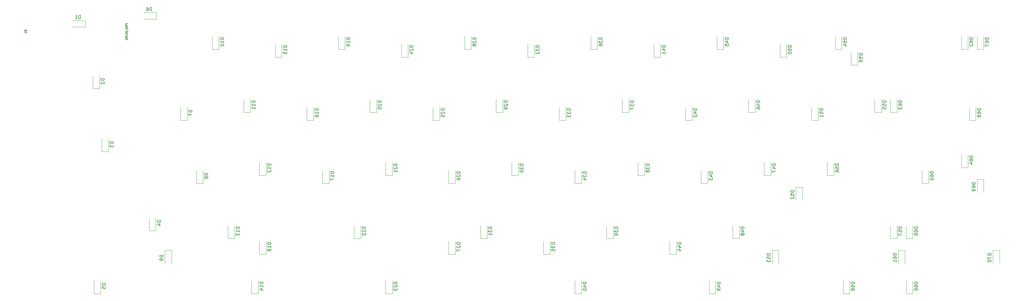
<source format=gbr>
%TF.GenerationSoftware,KiCad,Pcbnew,(5.1.8-0-10_14)*%
%TF.CreationDate,2021-09-01T06:12:34+09:00*%
%TF.ProjectId,ts68,74733638-2e6b-4696-9361-645f70636258,rev?*%
%TF.SameCoordinates,Original*%
%TF.FileFunction,Legend,Bot*%
%TF.FilePolarity,Positive*%
%FSLAX46Y46*%
G04 Gerber Fmt 4.6, Leading zero omitted, Abs format (unit mm)*
G04 Created by KiCad (PCBNEW (5.1.8-0-10_14)) date 2021-09-01 06:12:34*
%MOMM*%
%LPD*%
G01*
G04 APERTURE LIST*
%ADD10C,0.120000*%
%ADD11C,0.150000*%
%ADD12C,0.127000*%
G04 APERTURE END LIST*
D10*
%TO.C,D70*%
X287131250Y-94650000D02*
X287131250Y-98550000D01*
X289131250Y-94650000D02*
X289131250Y-98550000D01*
X287131250Y-94650000D02*
X289131250Y-94650000D01*
%TO.C,D69*%
X282368750Y-73218750D02*
X282368750Y-77118750D01*
X284368750Y-73218750D02*
X284368750Y-77118750D01*
X282368750Y-73218750D02*
X284368750Y-73218750D01*
%TO.C,D68*%
X281987500Y-55368750D02*
X281987500Y-51468750D01*
X279987500Y-55368750D02*
X279987500Y-51468750D01*
X281987500Y-55368750D02*
X279987500Y-55368750D01*
%TO.C,D67*%
X284368750Y-33937500D02*
X284368750Y-30037500D01*
X282368750Y-33937500D02*
X282368750Y-30037500D01*
X284368750Y-33937500D02*
X282368750Y-33937500D01*
%TO.C,D66*%
X262937500Y-107756250D02*
X262937500Y-103856250D01*
X260937500Y-107756250D02*
X260937500Y-103856250D01*
X262937500Y-107756250D02*
X260937500Y-107756250D01*
%TO.C,D65*%
X262937500Y-91087500D02*
X262937500Y-87187500D01*
X260937500Y-91087500D02*
X260937500Y-87187500D01*
X262937500Y-91087500D02*
X260937500Y-91087500D01*
%TO.C,D64*%
X279606250Y-69656250D02*
X279606250Y-65756250D01*
X277606250Y-69656250D02*
X277606250Y-65756250D01*
X279606250Y-69656250D02*
X277606250Y-69656250D01*
%TO.C,D63*%
X258175000Y-52987500D02*
X258175000Y-49087500D01*
X256175000Y-52987500D02*
X256175000Y-49087500D01*
X258175000Y-52987500D02*
X256175000Y-52987500D01*
%TO.C,D62*%
X279606250Y-33937500D02*
X279606250Y-30037500D01*
X277606250Y-33937500D02*
X277606250Y-30037500D01*
X279606250Y-33937500D02*
X277606250Y-33937500D01*
%TO.C,D61*%
X258556250Y-94650000D02*
X258556250Y-98550000D01*
X260556250Y-94650000D02*
X260556250Y-98550000D01*
X258556250Y-94650000D02*
X260556250Y-94650000D01*
%TO.C,D60*%
X267700000Y-74418750D02*
X267700000Y-70518750D01*
X265700000Y-74418750D02*
X265700000Y-70518750D01*
X267700000Y-74418750D02*
X265700000Y-74418750D01*
%TO.C,D59*%
X246268750Y-38700000D02*
X246268750Y-34800000D01*
X244268750Y-38700000D02*
X244268750Y-34800000D01*
X246268750Y-38700000D02*
X244268750Y-38700000D01*
%TO.C,D58*%
X243887500Y-107756250D02*
X243887500Y-103856250D01*
X241887500Y-107756250D02*
X241887500Y-103856250D01*
X243887500Y-107756250D02*
X241887500Y-107756250D01*
%TO.C,D57*%
X258175000Y-91087500D02*
X258175000Y-87187500D01*
X256175000Y-91087500D02*
X256175000Y-87187500D01*
X258175000Y-91087500D02*
X256175000Y-91087500D01*
%TO.C,D56*%
X239125000Y-72037500D02*
X239125000Y-68137500D01*
X237125000Y-72037500D02*
X237125000Y-68137500D01*
X239125000Y-72037500D02*
X237125000Y-72037500D01*
%TO.C,D55*%
X253412500Y-52987500D02*
X253412500Y-49087500D01*
X251412500Y-52987500D02*
X251412500Y-49087500D01*
X253412500Y-52987500D02*
X251412500Y-52987500D01*
%TO.C,D54*%
X241506250Y-33937500D02*
X241506250Y-30037500D01*
X239506250Y-33937500D02*
X239506250Y-30037500D01*
X241506250Y-33937500D02*
X239506250Y-33937500D01*
%TO.C,D53*%
X220456250Y-94650000D02*
X220456250Y-98550000D01*
X222456250Y-94650000D02*
X222456250Y-98550000D01*
X220456250Y-94650000D02*
X222456250Y-94650000D01*
%TO.C,D52*%
X227600000Y-75600000D02*
X227600000Y-79500000D01*
X229600000Y-75600000D02*
X229600000Y-79500000D01*
X227600000Y-75600000D02*
X229600000Y-75600000D01*
%TO.C,D51*%
X234362500Y-55368750D02*
X234362500Y-51468750D01*
X232362500Y-55368750D02*
X232362500Y-51468750D01*
X234362500Y-55368750D02*
X232362500Y-55368750D01*
%TO.C,D50*%
X224837500Y-36318750D02*
X224837500Y-32418750D01*
X222837500Y-36318750D02*
X222837500Y-32418750D01*
X224837500Y-36318750D02*
X222837500Y-36318750D01*
%TO.C,D49*%
X203406250Y-107756250D02*
X203406250Y-103856250D01*
X201406250Y-107756250D02*
X201406250Y-103856250D01*
X203406250Y-107756250D02*
X201406250Y-107756250D01*
%TO.C,D48*%
X210550000Y-91087500D02*
X210550000Y-87187500D01*
X208550000Y-91087500D02*
X208550000Y-87187500D01*
X210550000Y-91087500D02*
X208550000Y-91087500D01*
%TO.C,D47*%
X220075000Y-72037500D02*
X220075000Y-68137500D01*
X218075000Y-72037500D02*
X218075000Y-68137500D01*
X220075000Y-72037500D02*
X218075000Y-72037500D01*
%TO.C,D46*%
X215312500Y-52987500D02*
X215312500Y-49087500D01*
X213312500Y-52987500D02*
X213312500Y-49087500D01*
X215312500Y-52987500D02*
X213312500Y-52987500D01*
%TO.C,D45*%
X205787500Y-33937500D02*
X205787500Y-30037500D01*
X203787500Y-33937500D02*
X203787500Y-30037500D01*
X205787500Y-33937500D02*
X203787500Y-33937500D01*
%TO.C,D44*%
X191500000Y-95850000D02*
X191500000Y-91950000D01*
X189500000Y-95850000D02*
X189500000Y-91950000D01*
X191500000Y-95850000D02*
X189500000Y-95850000D01*
%TO.C,D43*%
X201025000Y-74418750D02*
X201025000Y-70518750D01*
X199025000Y-74418750D02*
X199025000Y-70518750D01*
X201025000Y-74418750D02*
X199025000Y-74418750D01*
%TO.C,D42*%
X196262500Y-55368750D02*
X196262500Y-51468750D01*
X194262500Y-55368750D02*
X194262500Y-51468750D01*
X196262500Y-55368750D02*
X194262500Y-55368750D01*
%TO.C,D41*%
X186737500Y-36318750D02*
X186737500Y-32418750D01*
X184737500Y-36318750D02*
X184737500Y-32418750D01*
X186737500Y-36318750D02*
X184737500Y-36318750D01*
%TO.C,D40*%
X162925000Y-107756250D02*
X162925000Y-103856250D01*
X160925000Y-107756250D02*
X160925000Y-103856250D01*
X162925000Y-107756250D02*
X160925000Y-107756250D01*
%TO.C,D39*%
X172450000Y-91087500D02*
X172450000Y-87187500D01*
X170450000Y-91087500D02*
X170450000Y-87187500D01*
X172450000Y-91087500D02*
X170450000Y-91087500D01*
%TO.C,D38*%
X181975000Y-72037500D02*
X181975000Y-68137500D01*
X179975000Y-72037500D02*
X179975000Y-68137500D01*
X181975000Y-72037500D02*
X179975000Y-72037500D01*
%TO.C,D37*%
X177212500Y-52987500D02*
X177212500Y-49087500D01*
X175212500Y-52987500D02*
X175212500Y-49087500D01*
X177212500Y-52987500D02*
X175212500Y-52987500D01*
%TO.C,D36*%
X167687500Y-33937500D02*
X167687500Y-30037500D01*
X165687500Y-33937500D02*
X165687500Y-30037500D01*
X167687500Y-33937500D02*
X165687500Y-33937500D01*
%TO.C,D35*%
X153400000Y-95850000D02*
X153400000Y-91950000D01*
X151400000Y-95850000D02*
X151400000Y-91950000D01*
X153400000Y-95850000D02*
X151400000Y-95850000D01*
%TO.C,D34*%
X162925000Y-74418750D02*
X162925000Y-70518750D01*
X160925000Y-74418750D02*
X160925000Y-70518750D01*
X162925000Y-74418750D02*
X160925000Y-74418750D01*
%TO.C,D33*%
X158162500Y-55368750D02*
X158162500Y-51468750D01*
X156162500Y-55368750D02*
X156162500Y-51468750D01*
X158162500Y-55368750D02*
X156162500Y-55368750D01*
%TO.C,D32*%
X148637500Y-36318750D02*
X148637500Y-32418750D01*
X146637500Y-36318750D02*
X146637500Y-32418750D01*
X148637500Y-36318750D02*
X146637500Y-36318750D01*
%TO.C,D31*%
X134350000Y-91087500D02*
X134350000Y-87187500D01*
X132350000Y-91087500D02*
X132350000Y-87187500D01*
X134350000Y-91087500D02*
X132350000Y-91087500D01*
%TO.C,D30*%
X143875000Y-72037500D02*
X143875000Y-68137500D01*
X141875000Y-72037500D02*
X141875000Y-68137500D01*
X143875000Y-72037500D02*
X141875000Y-72037500D01*
%TO.C,D29*%
X139112500Y-52987500D02*
X139112500Y-49087500D01*
X137112500Y-52987500D02*
X137112500Y-49087500D01*
X139112500Y-52987500D02*
X137112500Y-52987500D01*
%TO.C,D28*%
X129587500Y-33937500D02*
X129587500Y-30037500D01*
X127587500Y-33937500D02*
X127587500Y-30037500D01*
X129587500Y-33937500D02*
X127587500Y-33937500D01*
%TO.C,D27*%
X124825000Y-95850000D02*
X124825000Y-91950000D01*
X122825000Y-95850000D02*
X122825000Y-91950000D01*
X124825000Y-95850000D02*
X122825000Y-95850000D01*
%TO.C,D26*%
X124825000Y-74418750D02*
X124825000Y-70518750D01*
X122825000Y-74418750D02*
X122825000Y-70518750D01*
X124825000Y-74418750D02*
X122825000Y-74418750D01*
%TO.C,D25*%
X120062500Y-55368750D02*
X120062500Y-51468750D01*
X118062500Y-55368750D02*
X118062500Y-51468750D01*
X120062500Y-55368750D02*
X118062500Y-55368750D01*
%TO.C,D24*%
X110537500Y-36318750D02*
X110537500Y-32418750D01*
X108537500Y-36318750D02*
X108537500Y-32418750D01*
X110537500Y-36318750D02*
X108537500Y-36318750D01*
%TO.C,D23*%
X105775000Y-107756250D02*
X105775000Y-103856250D01*
X103775000Y-107756250D02*
X103775000Y-103856250D01*
X105775000Y-107756250D02*
X103775000Y-107756250D01*
%TO.C,D22*%
X96250000Y-91087500D02*
X96250000Y-87187500D01*
X94250000Y-91087500D02*
X94250000Y-87187500D01*
X96250000Y-91087500D02*
X94250000Y-91087500D01*
%TO.C,D21*%
X105775000Y-72037500D02*
X105775000Y-68137500D01*
X103775000Y-72037500D02*
X103775000Y-68137500D01*
X105775000Y-72037500D02*
X103775000Y-72037500D01*
%TO.C,D20*%
X101012500Y-52987500D02*
X101012500Y-49087500D01*
X99012500Y-52987500D02*
X99012500Y-49087500D01*
X101012500Y-52987500D02*
X99012500Y-52987500D01*
%TO.C,D19*%
X91487500Y-33937500D02*
X91487500Y-30037500D01*
X89487500Y-33937500D02*
X89487500Y-30037500D01*
X91487500Y-33937500D02*
X89487500Y-33937500D01*
%TO.C,D18*%
X67675000Y-95850000D02*
X67675000Y-91950000D01*
X65675000Y-95850000D02*
X65675000Y-91950000D01*
X67675000Y-95850000D02*
X65675000Y-95850000D01*
%TO.C,D17*%
X86725000Y-74418750D02*
X86725000Y-70518750D01*
X84725000Y-74418750D02*
X84725000Y-70518750D01*
X86725000Y-74418750D02*
X84725000Y-74418750D01*
%TO.C,D16*%
X81962500Y-55368750D02*
X81962500Y-51468750D01*
X79962500Y-55368750D02*
X79962500Y-51468750D01*
X81962500Y-55368750D02*
X79962500Y-55368750D01*
%TO.C,D15*%
X72437500Y-36318750D02*
X72437500Y-32418750D01*
X70437500Y-36318750D02*
X70437500Y-32418750D01*
X72437500Y-36318750D02*
X70437500Y-36318750D01*
%TO.C,D14*%
X65293750Y-107756250D02*
X65293750Y-103856250D01*
X63293750Y-107756250D02*
X63293750Y-103856250D01*
X65293750Y-107756250D02*
X63293750Y-107756250D01*
%TO.C,D13*%
X58150000Y-91087500D02*
X58150000Y-87187500D01*
X56150000Y-91087500D02*
X56150000Y-87187500D01*
X58150000Y-91087500D02*
X56150000Y-91087500D01*
%TO.C,D12*%
X67675000Y-72037500D02*
X67675000Y-68137500D01*
X65675000Y-72037500D02*
X65675000Y-68137500D01*
X67675000Y-72037500D02*
X65675000Y-72037500D01*
%TO.C,D11*%
X62912500Y-52987500D02*
X62912500Y-49087500D01*
X60912500Y-52987500D02*
X60912500Y-49087500D01*
X62912500Y-52987500D02*
X60912500Y-52987500D01*
%TO.C,D10*%
X53387500Y-33937500D02*
X53387500Y-30037500D01*
X51387500Y-33937500D02*
X51387500Y-30037500D01*
X53387500Y-33937500D02*
X51387500Y-33937500D01*
%TO.C,D9*%
X37100000Y-94650000D02*
X37100000Y-98550000D01*
X39100000Y-94650000D02*
X39100000Y-98550000D01*
X37100000Y-94650000D02*
X39100000Y-94650000D01*
%TO.C,D8*%
X48625000Y-74418750D02*
X48625000Y-70518750D01*
X46625000Y-74418750D02*
X46625000Y-70518750D01*
X48625000Y-74418750D02*
X46625000Y-74418750D01*
%TO.C,D7*%
X43862500Y-55368750D02*
X43862500Y-51468750D01*
X41862500Y-55368750D02*
X41862500Y-51468750D01*
X43862500Y-55368750D02*
X41862500Y-55368750D01*
%TO.C,D6*%
X34562500Y-22812500D02*
X30662500Y-22812500D01*
X34562500Y-24812500D02*
X30662500Y-24812500D01*
X34562500Y-22812500D02*
X34562500Y-24812500D01*
%TO.C,D5*%
X17668750Y-107756250D02*
X17668750Y-103856250D01*
X15668750Y-107756250D02*
X15668750Y-103856250D01*
X17668750Y-107756250D02*
X15668750Y-107756250D01*
%TO.C,D4*%
X34337500Y-88706250D02*
X34337500Y-84806250D01*
X32337500Y-88706250D02*
X32337500Y-84806250D01*
X34337500Y-88706250D02*
X32337500Y-88706250D01*
%TO.C,D3*%
X20050000Y-64893750D02*
X20050000Y-60993750D01*
X18050000Y-64893750D02*
X18050000Y-60993750D01*
X20050000Y-64893750D02*
X18050000Y-64893750D01*
%TO.C,D2*%
X17337500Y-45843750D02*
X17337500Y-41943750D01*
X15337500Y-45843750D02*
X15337500Y-41943750D01*
X17337500Y-45843750D02*
X15337500Y-45843750D01*
%TO.C,D1*%
X13131250Y-25193750D02*
X9231250Y-25193750D01*
X13131250Y-27193750D02*
X9231250Y-27193750D01*
X13131250Y-25193750D02*
X13131250Y-27193750D01*
%TO.C,D70*%
D11*
X286583630Y-95685714D02*
X285583630Y-95685714D01*
X285583630Y-95923809D01*
X285631250Y-96066666D01*
X285726488Y-96161904D01*
X285821726Y-96209523D01*
X286012202Y-96257142D01*
X286155059Y-96257142D01*
X286345535Y-96209523D01*
X286440773Y-96161904D01*
X286536011Y-96066666D01*
X286583630Y-95923809D01*
X286583630Y-95685714D01*
X285583630Y-96590476D02*
X285583630Y-97257142D01*
X286583630Y-96828571D01*
X285583630Y-97828571D02*
X285583630Y-97923809D01*
X285631250Y-98019047D01*
X285678869Y-98066666D01*
X285774107Y-98114285D01*
X285964583Y-98161904D01*
X286202678Y-98161904D01*
X286393154Y-98114285D01*
X286488392Y-98066666D01*
X286536011Y-98019047D01*
X286583630Y-97923809D01*
X286583630Y-97828571D01*
X286536011Y-97733333D01*
X286488392Y-97685714D01*
X286393154Y-97638095D01*
X286202678Y-97590476D01*
X285964583Y-97590476D01*
X285774107Y-97638095D01*
X285678869Y-97685714D01*
X285631250Y-97733333D01*
X285583630Y-97828571D01*
%TO.C,D69*%
X281821130Y-74254464D02*
X280821130Y-74254464D01*
X280821130Y-74492559D01*
X280868750Y-74635416D01*
X280963988Y-74730654D01*
X281059226Y-74778273D01*
X281249702Y-74825892D01*
X281392559Y-74825892D01*
X281583035Y-74778273D01*
X281678273Y-74730654D01*
X281773511Y-74635416D01*
X281821130Y-74492559D01*
X281821130Y-74254464D01*
X280821130Y-75683035D02*
X280821130Y-75492559D01*
X280868750Y-75397321D01*
X280916369Y-75349702D01*
X281059226Y-75254464D01*
X281249702Y-75206845D01*
X281630654Y-75206845D01*
X281725892Y-75254464D01*
X281773511Y-75302083D01*
X281821130Y-75397321D01*
X281821130Y-75587797D01*
X281773511Y-75683035D01*
X281725892Y-75730654D01*
X281630654Y-75778273D01*
X281392559Y-75778273D01*
X281297321Y-75730654D01*
X281249702Y-75683035D01*
X281202083Y-75587797D01*
X281202083Y-75397321D01*
X281249702Y-75302083D01*
X281297321Y-75254464D01*
X281392559Y-75206845D01*
X281821130Y-76254464D02*
X281821130Y-76444940D01*
X281773511Y-76540178D01*
X281725892Y-76587797D01*
X281583035Y-76683035D01*
X281392559Y-76730654D01*
X281011607Y-76730654D01*
X280916369Y-76683035D01*
X280868750Y-76635416D01*
X280821130Y-76540178D01*
X280821130Y-76349702D01*
X280868750Y-76254464D01*
X280916369Y-76206845D01*
X281011607Y-76159226D01*
X281249702Y-76159226D01*
X281344940Y-76206845D01*
X281392559Y-76254464D01*
X281440178Y-76349702D01*
X281440178Y-76540178D01*
X281392559Y-76635416D01*
X281344940Y-76683035D01*
X281249702Y-76730654D01*
%TO.C,D68*%
X283439880Y-51904464D02*
X282439880Y-51904464D01*
X282439880Y-52142559D01*
X282487500Y-52285416D01*
X282582738Y-52380654D01*
X282677976Y-52428273D01*
X282868452Y-52475892D01*
X283011309Y-52475892D01*
X283201785Y-52428273D01*
X283297023Y-52380654D01*
X283392261Y-52285416D01*
X283439880Y-52142559D01*
X283439880Y-51904464D01*
X282439880Y-53333035D02*
X282439880Y-53142559D01*
X282487500Y-53047321D01*
X282535119Y-52999702D01*
X282677976Y-52904464D01*
X282868452Y-52856845D01*
X283249404Y-52856845D01*
X283344642Y-52904464D01*
X283392261Y-52952083D01*
X283439880Y-53047321D01*
X283439880Y-53237797D01*
X283392261Y-53333035D01*
X283344642Y-53380654D01*
X283249404Y-53428273D01*
X283011309Y-53428273D01*
X282916071Y-53380654D01*
X282868452Y-53333035D01*
X282820833Y-53237797D01*
X282820833Y-53047321D01*
X282868452Y-52952083D01*
X282916071Y-52904464D01*
X283011309Y-52856845D01*
X282868452Y-53999702D02*
X282820833Y-53904464D01*
X282773214Y-53856845D01*
X282677976Y-53809226D01*
X282630357Y-53809226D01*
X282535119Y-53856845D01*
X282487500Y-53904464D01*
X282439880Y-53999702D01*
X282439880Y-54190178D01*
X282487500Y-54285416D01*
X282535119Y-54333035D01*
X282630357Y-54380654D01*
X282677976Y-54380654D01*
X282773214Y-54333035D01*
X282820833Y-54285416D01*
X282868452Y-54190178D01*
X282868452Y-53999702D01*
X282916071Y-53904464D01*
X282963690Y-53856845D01*
X283058928Y-53809226D01*
X283249404Y-53809226D01*
X283344642Y-53856845D01*
X283392261Y-53904464D01*
X283439880Y-53999702D01*
X283439880Y-54190178D01*
X283392261Y-54285416D01*
X283344642Y-54333035D01*
X283249404Y-54380654D01*
X283058928Y-54380654D01*
X282963690Y-54333035D01*
X282916071Y-54285416D01*
X282868452Y-54190178D01*
%TO.C,D67*%
X285821130Y-30473214D02*
X284821130Y-30473214D01*
X284821130Y-30711309D01*
X284868750Y-30854166D01*
X284963988Y-30949404D01*
X285059226Y-30997023D01*
X285249702Y-31044642D01*
X285392559Y-31044642D01*
X285583035Y-30997023D01*
X285678273Y-30949404D01*
X285773511Y-30854166D01*
X285821130Y-30711309D01*
X285821130Y-30473214D01*
X284821130Y-31901785D02*
X284821130Y-31711309D01*
X284868750Y-31616071D01*
X284916369Y-31568452D01*
X285059226Y-31473214D01*
X285249702Y-31425595D01*
X285630654Y-31425595D01*
X285725892Y-31473214D01*
X285773511Y-31520833D01*
X285821130Y-31616071D01*
X285821130Y-31806547D01*
X285773511Y-31901785D01*
X285725892Y-31949404D01*
X285630654Y-31997023D01*
X285392559Y-31997023D01*
X285297321Y-31949404D01*
X285249702Y-31901785D01*
X285202083Y-31806547D01*
X285202083Y-31616071D01*
X285249702Y-31520833D01*
X285297321Y-31473214D01*
X285392559Y-31425595D01*
X284821130Y-32330357D02*
X284821130Y-32997023D01*
X285821130Y-32568452D01*
%TO.C,D66*%
X264389880Y-104291964D02*
X263389880Y-104291964D01*
X263389880Y-104530059D01*
X263437500Y-104672916D01*
X263532738Y-104768154D01*
X263627976Y-104815773D01*
X263818452Y-104863392D01*
X263961309Y-104863392D01*
X264151785Y-104815773D01*
X264247023Y-104768154D01*
X264342261Y-104672916D01*
X264389880Y-104530059D01*
X264389880Y-104291964D01*
X263389880Y-105720535D02*
X263389880Y-105530059D01*
X263437500Y-105434821D01*
X263485119Y-105387202D01*
X263627976Y-105291964D01*
X263818452Y-105244345D01*
X264199404Y-105244345D01*
X264294642Y-105291964D01*
X264342261Y-105339583D01*
X264389880Y-105434821D01*
X264389880Y-105625297D01*
X264342261Y-105720535D01*
X264294642Y-105768154D01*
X264199404Y-105815773D01*
X263961309Y-105815773D01*
X263866071Y-105768154D01*
X263818452Y-105720535D01*
X263770833Y-105625297D01*
X263770833Y-105434821D01*
X263818452Y-105339583D01*
X263866071Y-105291964D01*
X263961309Y-105244345D01*
X263389880Y-106672916D02*
X263389880Y-106482440D01*
X263437500Y-106387202D01*
X263485119Y-106339583D01*
X263627976Y-106244345D01*
X263818452Y-106196726D01*
X264199404Y-106196726D01*
X264294642Y-106244345D01*
X264342261Y-106291964D01*
X264389880Y-106387202D01*
X264389880Y-106577678D01*
X264342261Y-106672916D01*
X264294642Y-106720535D01*
X264199404Y-106768154D01*
X263961309Y-106768154D01*
X263866071Y-106720535D01*
X263818452Y-106672916D01*
X263770833Y-106577678D01*
X263770833Y-106387202D01*
X263818452Y-106291964D01*
X263866071Y-106244345D01*
X263961309Y-106196726D01*
%TO.C,D65*%
X264389880Y-87623214D02*
X263389880Y-87623214D01*
X263389880Y-87861309D01*
X263437500Y-88004166D01*
X263532738Y-88099404D01*
X263627976Y-88147023D01*
X263818452Y-88194642D01*
X263961309Y-88194642D01*
X264151785Y-88147023D01*
X264247023Y-88099404D01*
X264342261Y-88004166D01*
X264389880Y-87861309D01*
X264389880Y-87623214D01*
X263389880Y-89051785D02*
X263389880Y-88861309D01*
X263437500Y-88766071D01*
X263485119Y-88718452D01*
X263627976Y-88623214D01*
X263818452Y-88575595D01*
X264199404Y-88575595D01*
X264294642Y-88623214D01*
X264342261Y-88670833D01*
X264389880Y-88766071D01*
X264389880Y-88956547D01*
X264342261Y-89051785D01*
X264294642Y-89099404D01*
X264199404Y-89147023D01*
X263961309Y-89147023D01*
X263866071Y-89099404D01*
X263818452Y-89051785D01*
X263770833Y-88956547D01*
X263770833Y-88766071D01*
X263818452Y-88670833D01*
X263866071Y-88623214D01*
X263961309Y-88575595D01*
X263389880Y-90051785D02*
X263389880Y-89575595D01*
X263866071Y-89527976D01*
X263818452Y-89575595D01*
X263770833Y-89670833D01*
X263770833Y-89908928D01*
X263818452Y-90004166D01*
X263866071Y-90051785D01*
X263961309Y-90099404D01*
X264199404Y-90099404D01*
X264294642Y-90051785D01*
X264342261Y-90004166D01*
X264389880Y-89908928D01*
X264389880Y-89670833D01*
X264342261Y-89575595D01*
X264294642Y-89527976D01*
%TO.C,D64*%
X281058630Y-66191964D02*
X280058630Y-66191964D01*
X280058630Y-66430059D01*
X280106250Y-66572916D01*
X280201488Y-66668154D01*
X280296726Y-66715773D01*
X280487202Y-66763392D01*
X280630059Y-66763392D01*
X280820535Y-66715773D01*
X280915773Y-66668154D01*
X281011011Y-66572916D01*
X281058630Y-66430059D01*
X281058630Y-66191964D01*
X280058630Y-67620535D02*
X280058630Y-67430059D01*
X280106250Y-67334821D01*
X280153869Y-67287202D01*
X280296726Y-67191964D01*
X280487202Y-67144345D01*
X280868154Y-67144345D01*
X280963392Y-67191964D01*
X281011011Y-67239583D01*
X281058630Y-67334821D01*
X281058630Y-67525297D01*
X281011011Y-67620535D01*
X280963392Y-67668154D01*
X280868154Y-67715773D01*
X280630059Y-67715773D01*
X280534821Y-67668154D01*
X280487202Y-67620535D01*
X280439583Y-67525297D01*
X280439583Y-67334821D01*
X280487202Y-67239583D01*
X280534821Y-67191964D01*
X280630059Y-67144345D01*
X280391964Y-68572916D02*
X281058630Y-68572916D01*
X280011011Y-68334821D02*
X280725297Y-68096726D01*
X280725297Y-68715773D01*
%TO.C,D63*%
X259627380Y-49523214D02*
X258627380Y-49523214D01*
X258627380Y-49761309D01*
X258675000Y-49904166D01*
X258770238Y-49999404D01*
X258865476Y-50047023D01*
X259055952Y-50094642D01*
X259198809Y-50094642D01*
X259389285Y-50047023D01*
X259484523Y-49999404D01*
X259579761Y-49904166D01*
X259627380Y-49761309D01*
X259627380Y-49523214D01*
X258627380Y-50951785D02*
X258627380Y-50761309D01*
X258675000Y-50666071D01*
X258722619Y-50618452D01*
X258865476Y-50523214D01*
X259055952Y-50475595D01*
X259436904Y-50475595D01*
X259532142Y-50523214D01*
X259579761Y-50570833D01*
X259627380Y-50666071D01*
X259627380Y-50856547D01*
X259579761Y-50951785D01*
X259532142Y-50999404D01*
X259436904Y-51047023D01*
X259198809Y-51047023D01*
X259103571Y-50999404D01*
X259055952Y-50951785D01*
X259008333Y-50856547D01*
X259008333Y-50666071D01*
X259055952Y-50570833D01*
X259103571Y-50523214D01*
X259198809Y-50475595D01*
X258627380Y-51380357D02*
X258627380Y-51999404D01*
X259008333Y-51666071D01*
X259008333Y-51808928D01*
X259055952Y-51904166D01*
X259103571Y-51951785D01*
X259198809Y-51999404D01*
X259436904Y-51999404D01*
X259532142Y-51951785D01*
X259579761Y-51904166D01*
X259627380Y-51808928D01*
X259627380Y-51523214D01*
X259579761Y-51427976D01*
X259532142Y-51380357D01*
%TO.C,D62*%
X281058630Y-30473214D02*
X280058630Y-30473214D01*
X280058630Y-30711309D01*
X280106250Y-30854166D01*
X280201488Y-30949404D01*
X280296726Y-30997023D01*
X280487202Y-31044642D01*
X280630059Y-31044642D01*
X280820535Y-30997023D01*
X280915773Y-30949404D01*
X281011011Y-30854166D01*
X281058630Y-30711309D01*
X281058630Y-30473214D01*
X280058630Y-31901785D02*
X280058630Y-31711309D01*
X280106250Y-31616071D01*
X280153869Y-31568452D01*
X280296726Y-31473214D01*
X280487202Y-31425595D01*
X280868154Y-31425595D01*
X280963392Y-31473214D01*
X281011011Y-31520833D01*
X281058630Y-31616071D01*
X281058630Y-31806547D01*
X281011011Y-31901785D01*
X280963392Y-31949404D01*
X280868154Y-31997023D01*
X280630059Y-31997023D01*
X280534821Y-31949404D01*
X280487202Y-31901785D01*
X280439583Y-31806547D01*
X280439583Y-31616071D01*
X280487202Y-31520833D01*
X280534821Y-31473214D01*
X280630059Y-31425595D01*
X280153869Y-32377976D02*
X280106250Y-32425595D01*
X280058630Y-32520833D01*
X280058630Y-32758928D01*
X280106250Y-32854166D01*
X280153869Y-32901785D01*
X280249107Y-32949404D01*
X280344345Y-32949404D01*
X280487202Y-32901785D01*
X281058630Y-32330357D01*
X281058630Y-32949404D01*
%TO.C,D61*%
X258008630Y-95685714D02*
X257008630Y-95685714D01*
X257008630Y-95923809D01*
X257056250Y-96066666D01*
X257151488Y-96161904D01*
X257246726Y-96209523D01*
X257437202Y-96257142D01*
X257580059Y-96257142D01*
X257770535Y-96209523D01*
X257865773Y-96161904D01*
X257961011Y-96066666D01*
X258008630Y-95923809D01*
X258008630Y-95685714D01*
X257008630Y-97114285D02*
X257008630Y-96923809D01*
X257056250Y-96828571D01*
X257103869Y-96780952D01*
X257246726Y-96685714D01*
X257437202Y-96638095D01*
X257818154Y-96638095D01*
X257913392Y-96685714D01*
X257961011Y-96733333D01*
X258008630Y-96828571D01*
X258008630Y-97019047D01*
X257961011Y-97114285D01*
X257913392Y-97161904D01*
X257818154Y-97209523D01*
X257580059Y-97209523D01*
X257484821Y-97161904D01*
X257437202Y-97114285D01*
X257389583Y-97019047D01*
X257389583Y-96828571D01*
X257437202Y-96733333D01*
X257484821Y-96685714D01*
X257580059Y-96638095D01*
X258008630Y-98161904D02*
X258008630Y-97590476D01*
X258008630Y-97876190D02*
X257008630Y-97876190D01*
X257151488Y-97780952D01*
X257246726Y-97685714D01*
X257294345Y-97590476D01*
%TO.C,D60*%
X269152380Y-70954464D02*
X268152380Y-70954464D01*
X268152380Y-71192559D01*
X268200000Y-71335416D01*
X268295238Y-71430654D01*
X268390476Y-71478273D01*
X268580952Y-71525892D01*
X268723809Y-71525892D01*
X268914285Y-71478273D01*
X269009523Y-71430654D01*
X269104761Y-71335416D01*
X269152380Y-71192559D01*
X269152380Y-70954464D01*
X268152380Y-72383035D02*
X268152380Y-72192559D01*
X268200000Y-72097321D01*
X268247619Y-72049702D01*
X268390476Y-71954464D01*
X268580952Y-71906845D01*
X268961904Y-71906845D01*
X269057142Y-71954464D01*
X269104761Y-72002083D01*
X269152380Y-72097321D01*
X269152380Y-72287797D01*
X269104761Y-72383035D01*
X269057142Y-72430654D01*
X268961904Y-72478273D01*
X268723809Y-72478273D01*
X268628571Y-72430654D01*
X268580952Y-72383035D01*
X268533333Y-72287797D01*
X268533333Y-72097321D01*
X268580952Y-72002083D01*
X268628571Y-71954464D01*
X268723809Y-71906845D01*
X268152380Y-73097321D02*
X268152380Y-73192559D01*
X268200000Y-73287797D01*
X268247619Y-73335416D01*
X268342857Y-73383035D01*
X268533333Y-73430654D01*
X268771428Y-73430654D01*
X268961904Y-73383035D01*
X269057142Y-73335416D01*
X269104761Y-73287797D01*
X269152380Y-73192559D01*
X269152380Y-73097321D01*
X269104761Y-73002083D01*
X269057142Y-72954464D01*
X268961904Y-72906845D01*
X268771428Y-72859226D01*
X268533333Y-72859226D01*
X268342857Y-72906845D01*
X268247619Y-72954464D01*
X268200000Y-73002083D01*
X268152380Y-73097321D01*
%TO.C,D59*%
X247721130Y-35235714D02*
X246721130Y-35235714D01*
X246721130Y-35473809D01*
X246768750Y-35616666D01*
X246863988Y-35711904D01*
X246959226Y-35759523D01*
X247149702Y-35807142D01*
X247292559Y-35807142D01*
X247483035Y-35759523D01*
X247578273Y-35711904D01*
X247673511Y-35616666D01*
X247721130Y-35473809D01*
X247721130Y-35235714D01*
X246721130Y-36711904D02*
X246721130Y-36235714D01*
X247197321Y-36188095D01*
X247149702Y-36235714D01*
X247102083Y-36330952D01*
X247102083Y-36569047D01*
X247149702Y-36664285D01*
X247197321Y-36711904D01*
X247292559Y-36759523D01*
X247530654Y-36759523D01*
X247625892Y-36711904D01*
X247673511Y-36664285D01*
X247721130Y-36569047D01*
X247721130Y-36330952D01*
X247673511Y-36235714D01*
X247625892Y-36188095D01*
X247721130Y-37235714D02*
X247721130Y-37426190D01*
X247673511Y-37521428D01*
X247625892Y-37569047D01*
X247483035Y-37664285D01*
X247292559Y-37711904D01*
X246911607Y-37711904D01*
X246816369Y-37664285D01*
X246768750Y-37616666D01*
X246721130Y-37521428D01*
X246721130Y-37330952D01*
X246768750Y-37235714D01*
X246816369Y-37188095D01*
X246911607Y-37140476D01*
X247149702Y-37140476D01*
X247244940Y-37188095D01*
X247292559Y-37235714D01*
X247340178Y-37330952D01*
X247340178Y-37521428D01*
X247292559Y-37616666D01*
X247244940Y-37664285D01*
X247149702Y-37711904D01*
%TO.C,D58*%
X245339880Y-104291964D02*
X244339880Y-104291964D01*
X244339880Y-104530059D01*
X244387500Y-104672916D01*
X244482738Y-104768154D01*
X244577976Y-104815773D01*
X244768452Y-104863392D01*
X244911309Y-104863392D01*
X245101785Y-104815773D01*
X245197023Y-104768154D01*
X245292261Y-104672916D01*
X245339880Y-104530059D01*
X245339880Y-104291964D01*
X244339880Y-105768154D02*
X244339880Y-105291964D01*
X244816071Y-105244345D01*
X244768452Y-105291964D01*
X244720833Y-105387202D01*
X244720833Y-105625297D01*
X244768452Y-105720535D01*
X244816071Y-105768154D01*
X244911309Y-105815773D01*
X245149404Y-105815773D01*
X245244642Y-105768154D01*
X245292261Y-105720535D01*
X245339880Y-105625297D01*
X245339880Y-105387202D01*
X245292261Y-105291964D01*
X245244642Y-105244345D01*
X244768452Y-106387202D02*
X244720833Y-106291964D01*
X244673214Y-106244345D01*
X244577976Y-106196726D01*
X244530357Y-106196726D01*
X244435119Y-106244345D01*
X244387500Y-106291964D01*
X244339880Y-106387202D01*
X244339880Y-106577678D01*
X244387500Y-106672916D01*
X244435119Y-106720535D01*
X244530357Y-106768154D01*
X244577976Y-106768154D01*
X244673214Y-106720535D01*
X244720833Y-106672916D01*
X244768452Y-106577678D01*
X244768452Y-106387202D01*
X244816071Y-106291964D01*
X244863690Y-106244345D01*
X244958928Y-106196726D01*
X245149404Y-106196726D01*
X245244642Y-106244345D01*
X245292261Y-106291964D01*
X245339880Y-106387202D01*
X245339880Y-106577678D01*
X245292261Y-106672916D01*
X245244642Y-106720535D01*
X245149404Y-106768154D01*
X244958928Y-106768154D01*
X244863690Y-106720535D01*
X244816071Y-106672916D01*
X244768452Y-106577678D01*
%TO.C,D57*%
X259627380Y-87623214D02*
X258627380Y-87623214D01*
X258627380Y-87861309D01*
X258675000Y-88004166D01*
X258770238Y-88099404D01*
X258865476Y-88147023D01*
X259055952Y-88194642D01*
X259198809Y-88194642D01*
X259389285Y-88147023D01*
X259484523Y-88099404D01*
X259579761Y-88004166D01*
X259627380Y-87861309D01*
X259627380Y-87623214D01*
X258627380Y-89099404D02*
X258627380Y-88623214D01*
X259103571Y-88575595D01*
X259055952Y-88623214D01*
X259008333Y-88718452D01*
X259008333Y-88956547D01*
X259055952Y-89051785D01*
X259103571Y-89099404D01*
X259198809Y-89147023D01*
X259436904Y-89147023D01*
X259532142Y-89099404D01*
X259579761Y-89051785D01*
X259627380Y-88956547D01*
X259627380Y-88718452D01*
X259579761Y-88623214D01*
X259532142Y-88575595D01*
X258627380Y-89480357D02*
X258627380Y-90147023D01*
X259627380Y-89718452D01*
%TO.C,D56*%
X240577380Y-68573214D02*
X239577380Y-68573214D01*
X239577380Y-68811309D01*
X239625000Y-68954166D01*
X239720238Y-69049404D01*
X239815476Y-69097023D01*
X240005952Y-69144642D01*
X240148809Y-69144642D01*
X240339285Y-69097023D01*
X240434523Y-69049404D01*
X240529761Y-68954166D01*
X240577380Y-68811309D01*
X240577380Y-68573214D01*
X239577380Y-70049404D02*
X239577380Y-69573214D01*
X240053571Y-69525595D01*
X240005952Y-69573214D01*
X239958333Y-69668452D01*
X239958333Y-69906547D01*
X240005952Y-70001785D01*
X240053571Y-70049404D01*
X240148809Y-70097023D01*
X240386904Y-70097023D01*
X240482142Y-70049404D01*
X240529761Y-70001785D01*
X240577380Y-69906547D01*
X240577380Y-69668452D01*
X240529761Y-69573214D01*
X240482142Y-69525595D01*
X239577380Y-70954166D02*
X239577380Y-70763690D01*
X239625000Y-70668452D01*
X239672619Y-70620833D01*
X239815476Y-70525595D01*
X240005952Y-70477976D01*
X240386904Y-70477976D01*
X240482142Y-70525595D01*
X240529761Y-70573214D01*
X240577380Y-70668452D01*
X240577380Y-70858928D01*
X240529761Y-70954166D01*
X240482142Y-71001785D01*
X240386904Y-71049404D01*
X240148809Y-71049404D01*
X240053571Y-71001785D01*
X240005952Y-70954166D01*
X239958333Y-70858928D01*
X239958333Y-70668452D01*
X240005952Y-70573214D01*
X240053571Y-70525595D01*
X240148809Y-70477976D01*
%TO.C,D55*%
X254864880Y-49523214D02*
X253864880Y-49523214D01*
X253864880Y-49761309D01*
X253912500Y-49904166D01*
X254007738Y-49999404D01*
X254102976Y-50047023D01*
X254293452Y-50094642D01*
X254436309Y-50094642D01*
X254626785Y-50047023D01*
X254722023Y-49999404D01*
X254817261Y-49904166D01*
X254864880Y-49761309D01*
X254864880Y-49523214D01*
X253864880Y-50999404D02*
X253864880Y-50523214D01*
X254341071Y-50475595D01*
X254293452Y-50523214D01*
X254245833Y-50618452D01*
X254245833Y-50856547D01*
X254293452Y-50951785D01*
X254341071Y-50999404D01*
X254436309Y-51047023D01*
X254674404Y-51047023D01*
X254769642Y-50999404D01*
X254817261Y-50951785D01*
X254864880Y-50856547D01*
X254864880Y-50618452D01*
X254817261Y-50523214D01*
X254769642Y-50475595D01*
X253864880Y-51951785D02*
X253864880Y-51475595D01*
X254341071Y-51427976D01*
X254293452Y-51475595D01*
X254245833Y-51570833D01*
X254245833Y-51808928D01*
X254293452Y-51904166D01*
X254341071Y-51951785D01*
X254436309Y-51999404D01*
X254674404Y-51999404D01*
X254769642Y-51951785D01*
X254817261Y-51904166D01*
X254864880Y-51808928D01*
X254864880Y-51570833D01*
X254817261Y-51475595D01*
X254769642Y-51427976D01*
%TO.C,D54*%
X242958630Y-30473214D02*
X241958630Y-30473214D01*
X241958630Y-30711309D01*
X242006250Y-30854166D01*
X242101488Y-30949404D01*
X242196726Y-30997023D01*
X242387202Y-31044642D01*
X242530059Y-31044642D01*
X242720535Y-30997023D01*
X242815773Y-30949404D01*
X242911011Y-30854166D01*
X242958630Y-30711309D01*
X242958630Y-30473214D01*
X241958630Y-31949404D02*
X241958630Y-31473214D01*
X242434821Y-31425595D01*
X242387202Y-31473214D01*
X242339583Y-31568452D01*
X242339583Y-31806547D01*
X242387202Y-31901785D01*
X242434821Y-31949404D01*
X242530059Y-31997023D01*
X242768154Y-31997023D01*
X242863392Y-31949404D01*
X242911011Y-31901785D01*
X242958630Y-31806547D01*
X242958630Y-31568452D01*
X242911011Y-31473214D01*
X242863392Y-31425595D01*
X242291964Y-32854166D02*
X242958630Y-32854166D01*
X241911011Y-32616071D02*
X242625297Y-32377976D01*
X242625297Y-32997023D01*
%TO.C,D53*%
X219908630Y-95685714D02*
X218908630Y-95685714D01*
X218908630Y-95923809D01*
X218956250Y-96066666D01*
X219051488Y-96161904D01*
X219146726Y-96209523D01*
X219337202Y-96257142D01*
X219480059Y-96257142D01*
X219670535Y-96209523D01*
X219765773Y-96161904D01*
X219861011Y-96066666D01*
X219908630Y-95923809D01*
X219908630Y-95685714D01*
X218908630Y-97161904D02*
X218908630Y-96685714D01*
X219384821Y-96638095D01*
X219337202Y-96685714D01*
X219289583Y-96780952D01*
X219289583Y-97019047D01*
X219337202Y-97114285D01*
X219384821Y-97161904D01*
X219480059Y-97209523D01*
X219718154Y-97209523D01*
X219813392Y-97161904D01*
X219861011Y-97114285D01*
X219908630Y-97019047D01*
X219908630Y-96780952D01*
X219861011Y-96685714D01*
X219813392Y-96638095D01*
X218908630Y-97542857D02*
X218908630Y-98161904D01*
X219289583Y-97828571D01*
X219289583Y-97971428D01*
X219337202Y-98066666D01*
X219384821Y-98114285D01*
X219480059Y-98161904D01*
X219718154Y-98161904D01*
X219813392Y-98114285D01*
X219861011Y-98066666D01*
X219908630Y-97971428D01*
X219908630Y-97685714D01*
X219861011Y-97590476D01*
X219813392Y-97542857D01*
%TO.C,D52*%
X227052380Y-76635714D02*
X226052380Y-76635714D01*
X226052380Y-76873809D01*
X226100000Y-77016666D01*
X226195238Y-77111904D01*
X226290476Y-77159523D01*
X226480952Y-77207142D01*
X226623809Y-77207142D01*
X226814285Y-77159523D01*
X226909523Y-77111904D01*
X227004761Y-77016666D01*
X227052380Y-76873809D01*
X227052380Y-76635714D01*
X226052380Y-78111904D02*
X226052380Y-77635714D01*
X226528571Y-77588095D01*
X226480952Y-77635714D01*
X226433333Y-77730952D01*
X226433333Y-77969047D01*
X226480952Y-78064285D01*
X226528571Y-78111904D01*
X226623809Y-78159523D01*
X226861904Y-78159523D01*
X226957142Y-78111904D01*
X227004761Y-78064285D01*
X227052380Y-77969047D01*
X227052380Y-77730952D01*
X227004761Y-77635714D01*
X226957142Y-77588095D01*
X226147619Y-78540476D02*
X226100000Y-78588095D01*
X226052380Y-78683333D01*
X226052380Y-78921428D01*
X226100000Y-79016666D01*
X226147619Y-79064285D01*
X226242857Y-79111904D01*
X226338095Y-79111904D01*
X226480952Y-79064285D01*
X227052380Y-78492857D01*
X227052380Y-79111904D01*
%TO.C,D51*%
X235814880Y-51904464D02*
X234814880Y-51904464D01*
X234814880Y-52142559D01*
X234862500Y-52285416D01*
X234957738Y-52380654D01*
X235052976Y-52428273D01*
X235243452Y-52475892D01*
X235386309Y-52475892D01*
X235576785Y-52428273D01*
X235672023Y-52380654D01*
X235767261Y-52285416D01*
X235814880Y-52142559D01*
X235814880Y-51904464D01*
X234814880Y-53380654D02*
X234814880Y-52904464D01*
X235291071Y-52856845D01*
X235243452Y-52904464D01*
X235195833Y-52999702D01*
X235195833Y-53237797D01*
X235243452Y-53333035D01*
X235291071Y-53380654D01*
X235386309Y-53428273D01*
X235624404Y-53428273D01*
X235719642Y-53380654D01*
X235767261Y-53333035D01*
X235814880Y-53237797D01*
X235814880Y-52999702D01*
X235767261Y-52904464D01*
X235719642Y-52856845D01*
X235814880Y-54380654D02*
X235814880Y-53809226D01*
X235814880Y-54094940D02*
X234814880Y-54094940D01*
X234957738Y-53999702D01*
X235052976Y-53904464D01*
X235100595Y-53809226D01*
%TO.C,D50*%
X226289880Y-32854464D02*
X225289880Y-32854464D01*
X225289880Y-33092559D01*
X225337500Y-33235416D01*
X225432738Y-33330654D01*
X225527976Y-33378273D01*
X225718452Y-33425892D01*
X225861309Y-33425892D01*
X226051785Y-33378273D01*
X226147023Y-33330654D01*
X226242261Y-33235416D01*
X226289880Y-33092559D01*
X226289880Y-32854464D01*
X225289880Y-34330654D02*
X225289880Y-33854464D01*
X225766071Y-33806845D01*
X225718452Y-33854464D01*
X225670833Y-33949702D01*
X225670833Y-34187797D01*
X225718452Y-34283035D01*
X225766071Y-34330654D01*
X225861309Y-34378273D01*
X226099404Y-34378273D01*
X226194642Y-34330654D01*
X226242261Y-34283035D01*
X226289880Y-34187797D01*
X226289880Y-33949702D01*
X226242261Y-33854464D01*
X226194642Y-33806845D01*
X225289880Y-34997321D02*
X225289880Y-35092559D01*
X225337500Y-35187797D01*
X225385119Y-35235416D01*
X225480357Y-35283035D01*
X225670833Y-35330654D01*
X225908928Y-35330654D01*
X226099404Y-35283035D01*
X226194642Y-35235416D01*
X226242261Y-35187797D01*
X226289880Y-35092559D01*
X226289880Y-34997321D01*
X226242261Y-34902083D01*
X226194642Y-34854464D01*
X226099404Y-34806845D01*
X225908928Y-34759226D01*
X225670833Y-34759226D01*
X225480357Y-34806845D01*
X225385119Y-34854464D01*
X225337500Y-34902083D01*
X225289880Y-34997321D01*
%TO.C,D49*%
X204858630Y-104291964D02*
X203858630Y-104291964D01*
X203858630Y-104530059D01*
X203906250Y-104672916D01*
X204001488Y-104768154D01*
X204096726Y-104815773D01*
X204287202Y-104863392D01*
X204430059Y-104863392D01*
X204620535Y-104815773D01*
X204715773Y-104768154D01*
X204811011Y-104672916D01*
X204858630Y-104530059D01*
X204858630Y-104291964D01*
X204191964Y-105720535D02*
X204858630Y-105720535D01*
X203811011Y-105482440D02*
X204525297Y-105244345D01*
X204525297Y-105863392D01*
X204858630Y-106291964D02*
X204858630Y-106482440D01*
X204811011Y-106577678D01*
X204763392Y-106625297D01*
X204620535Y-106720535D01*
X204430059Y-106768154D01*
X204049107Y-106768154D01*
X203953869Y-106720535D01*
X203906250Y-106672916D01*
X203858630Y-106577678D01*
X203858630Y-106387202D01*
X203906250Y-106291964D01*
X203953869Y-106244345D01*
X204049107Y-106196726D01*
X204287202Y-106196726D01*
X204382440Y-106244345D01*
X204430059Y-106291964D01*
X204477678Y-106387202D01*
X204477678Y-106577678D01*
X204430059Y-106672916D01*
X204382440Y-106720535D01*
X204287202Y-106768154D01*
%TO.C,D48*%
X212002380Y-87623214D02*
X211002380Y-87623214D01*
X211002380Y-87861309D01*
X211050000Y-88004166D01*
X211145238Y-88099404D01*
X211240476Y-88147023D01*
X211430952Y-88194642D01*
X211573809Y-88194642D01*
X211764285Y-88147023D01*
X211859523Y-88099404D01*
X211954761Y-88004166D01*
X212002380Y-87861309D01*
X212002380Y-87623214D01*
X211335714Y-89051785D02*
X212002380Y-89051785D01*
X210954761Y-88813690D02*
X211669047Y-88575595D01*
X211669047Y-89194642D01*
X211430952Y-89718452D02*
X211383333Y-89623214D01*
X211335714Y-89575595D01*
X211240476Y-89527976D01*
X211192857Y-89527976D01*
X211097619Y-89575595D01*
X211050000Y-89623214D01*
X211002380Y-89718452D01*
X211002380Y-89908928D01*
X211050000Y-90004166D01*
X211097619Y-90051785D01*
X211192857Y-90099404D01*
X211240476Y-90099404D01*
X211335714Y-90051785D01*
X211383333Y-90004166D01*
X211430952Y-89908928D01*
X211430952Y-89718452D01*
X211478571Y-89623214D01*
X211526190Y-89575595D01*
X211621428Y-89527976D01*
X211811904Y-89527976D01*
X211907142Y-89575595D01*
X211954761Y-89623214D01*
X212002380Y-89718452D01*
X212002380Y-89908928D01*
X211954761Y-90004166D01*
X211907142Y-90051785D01*
X211811904Y-90099404D01*
X211621428Y-90099404D01*
X211526190Y-90051785D01*
X211478571Y-90004166D01*
X211430952Y-89908928D01*
%TO.C,D47*%
X221527380Y-68573214D02*
X220527380Y-68573214D01*
X220527380Y-68811309D01*
X220575000Y-68954166D01*
X220670238Y-69049404D01*
X220765476Y-69097023D01*
X220955952Y-69144642D01*
X221098809Y-69144642D01*
X221289285Y-69097023D01*
X221384523Y-69049404D01*
X221479761Y-68954166D01*
X221527380Y-68811309D01*
X221527380Y-68573214D01*
X220860714Y-70001785D02*
X221527380Y-70001785D01*
X220479761Y-69763690D02*
X221194047Y-69525595D01*
X221194047Y-70144642D01*
X220527380Y-70430357D02*
X220527380Y-71097023D01*
X221527380Y-70668452D01*
%TO.C,D46*%
X216764880Y-49523214D02*
X215764880Y-49523214D01*
X215764880Y-49761309D01*
X215812500Y-49904166D01*
X215907738Y-49999404D01*
X216002976Y-50047023D01*
X216193452Y-50094642D01*
X216336309Y-50094642D01*
X216526785Y-50047023D01*
X216622023Y-49999404D01*
X216717261Y-49904166D01*
X216764880Y-49761309D01*
X216764880Y-49523214D01*
X216098214Y-50951785D02*
X216764880Y-50951785D01*
X215717261Y-50713690D02*
X216431547Y-50475595D01*
X216431547Y-51094642D01*
X215764880Y-51904166D02*
X215764880Y-51713690D01*
X215812500Y-51618452D01*
X215860119Y-51570833D01*
X216002976Y-51475595D01*
X216193452Y-51427976D01*
X216574404Y-51427976D01*
X216669642Y-51475595D01*
X216717261Y-51523214D01*
X216764880Y-51618452D01*
X216764880Y-51808928D01*
X216717261Y-51904166D01*
X216669642Y-51951785D01*
X216574404Y-51999404D01*
X216336309Y-51999404D01*
X216241071Y-51951785D01*
X216193452Y-51904166D01*
X216145833Y-51808928D01*
X216145833Y-51618452D01*
X216193452Y-51523214D01*
X216241071Y-51475595D01*
X216336309Y-51427976D01*
%TO.C,D45*%
X207239880Y-30473214D02*
X206239880Y-30473214D01*
X206239880Y-30711309D01*
X206287500Y-30854166D01*
X206382738Y-30949404D01*
X206477976Y-30997023D01*
X206668452Y-31044642D01*
X206811309Y-31044642D01*
X207001785Y-30997023D01*
X207097023Y-30949404D01*
X207192261Y-30854166D01*
X207239880Y-30711309D01*
X207239880Y-30473214D01*
X206573214Y-31901785D02*
X207239880Y-31901785D01*
X206192261Y-31663690D02*
X206906547Y-31425595D01*
X206906547Y-32044642D01*
X206239880Y-32901785D02*
X206239880Y-32425595D01*
X206716071Y-32377976D01*
X206668452Y-32425595D01*
X206620833Y-32520833D01*
X206620833Y-32758928D01*
X206668452Y-32854166D01*
X206716071Y-32901785D01*
X206811309Y-32949404D01*
X207049404Y-32949404D01*
X207144642Y-32901785D01*
X207192261Y-32854166D01*
X207239880Y-32758928D01*
X207239880Y-32520833D01*
X207192261Y-32425595D01*
X207144642Y-32377976D01*
%TO.C,D44*%
X192952380Y-92385714D02*
X191952380Y-92385714D01*
X191952380Y-92623809D01*
X192000000Y-92766666D01*
X192095238Y-92861904D01*
X192190476Y-92909523D01*
X192380952Y-92957142D01*
X192523809Y-92957142D01*
X192714285Y-92909523D01*
X192809523Y-92861904D01*
X192904761Y-92766666D01*
X192952380Y-92623809D01*
X192952380Y-92385714D01*
X192285714Y-93814285D02*
X192952380Y-93814285D01*
X191904761Y-93576190D02*
X192619047Y-93338095D01*
X192619047Y-93957142D01*
X192285714Y-94766666D02*
X192952380Y-94766666D01*
X191904761Y-94528571D02*
X192619047Y-94290476D01*
X192619047Y-94909523D01*
%TO.C,D43*%
X202477380Y-70954464D02*
X201477380Y-70954464D01*
X201477380Y-71192559D01*
X201525000Y-71335416D01*
X201620238Y-71430654D01*
X201715476Y-71478273D01*
X201905952Y-71525892D01*
X202048809Y-71525892D01*
X202239285Y-71478273D01*
X202334523Y-71430654D01*
X202429761Y-71335416D01*
X202477380Y-71192559D01*
X202477380Y-70954464D01*
X201810714Y-72383035D02*
X202477380Y-72383035D01*
X201429761Y-72144940D02*
X202144047Y-71906845D01*
X202144047Y-72525892D01*
X201477380Y-72811607D02*
X201477380Y-73430654D01*
X201858333Y-73097321D01*
X201858333Y-73240178D01*
X201905952Y-73335416D01*
X201953571Y-73383035D01*
X202048809Y-73430654D01*
X202286904Y-73430654D01*
X202382142Y-73383035D01*
X202429761Y-73335416D01*
X202477380Y-73240178D01*
X202477380Y-72954464D01*
X202429761Y-72859226D01*
X202382142Y-72811607D01*
%TO.C,D42*%
X197714880Y-51904464D02*
X196714880Y-51904464D01*
X196714880Y-52142559D01*
X196762500Y-52285416D01*
X196857738Y-52380654D01*
X196952976Y-52428273D01*
X197143452Y-52475892D01*
X197286309Y-52475892D01*
X197476785Y-52428273D01*
X197572023Y-52380654D01*
X197667261Y-52285416D01*
X197714880Y-52142559D01*
X197714880Y-51904464D01*
X197048214Y-53333035D02*
X197714880Y-53333035D01*
X196667261Y-53094940D02*
X197381547Y-52856845D01*
X197381547Y-53475892D01*
X196810119Y-53809226D02*
X196762500Y-53856845D01*
X196714880Y-53952083D01*
X196714880Y-54190178D01*
X196762500Y-54285416D01*
X196810119Y-54333035D01*
X196905357Y-54380654D01*
X197000595Y-54380654D01*
X197143452Y-54333035D01*
X197714880Y-53761607D01*
X197714880Y-54380654D01*
%TO.C,D41*%
X188189880Y-32854464D02*
X187189880Y-32854464D01*
X187189880Y-33092559D01*
X187237500Y-33235416D01*
X187332738Y-33330654D01*
X187427976Y-33378273D01*
X187618452Y-33425892D01*
X187761309Y-33425892D01*
X187951785Y-33378273D01*
X188047023Y-33330654D01*
X188142261Y-33235416D01*
X188189880Y-33092559D01*
X188189880Y-32854464D01*
X187523214Y-34283035D02*
X188189880Y-34283035D01*
X187142261Y-34044940D02*
X187856547Y-33806845D01*
X187856547Y-34425892D01*
X188189880Y-35330654D02*
X188189880Y-34759226D01*
X188189880Y-35044940D02*
X187189880Y-35044940D01*
X187332738Y-34949702D01*
X187427976Y-34854464D01*
X187475595Y-34759226D01*
%TO.C,D40*%
X164377380Y-104291964D02*
X163377380Y-104291964D01*
X163377380Y-104530059D01*
X163425000Y-104672916D01*
X163520238Y-104768154D01*
X163615476Y-104815773D01*
X163805952Y-104863392D01*
X163948809Y-104863392D01*
X164139285Y-104815773D01*
X164234523Y-104768154D01*
X164329761Y-104672916D01*
X164377380Y-104530059D01*
X164377380Y-104291964D01*
X163710714Y-105720535D02*
X164377380Y-105720535D01*
X163329761Y-105482440D02*
X164044047Y-105244345D01*
X164044047Y-105863392D01*
X163377380Y-106434821D02*
X163377380Y-106530059D01*
X163425000Y-106625297D01*
X163472619Y-106672916D01*
X163567857Y-106720535D01*
X163758333Y-106768154D01*
X163996428Y-106768154D01*
X164186904Y-106720535D01*
X164282142Y-106672916D01*
X164329761Y-106625297D01*
X164377380Y-106530059D01*
X164377380Y-106434821D01*
X164329761Y-106339583D01*
X164282142Y-106291964D01*
X164186904Y-106244345D01*
X163996428Y-106196726D01*
X163758333Y-106196726D01*
X163567857Y-106244345D01*
X163472619Y-106291964D01*
X163425000Y-106339583D01*
X163377380Y-106434821D01*
%TO.C,D39*%
X173902380Y-87623214D02*
X172902380Y-87623214D01*
X172902380Y-87861309D01*
X172950000Y-88004166D01*
X173045238Y-88099404D01*
X173140476Y-88147023D01*
X173330952Y-88194642D01*
X173473809Y-88194642D01*
X173664285Y-88147023D01*
X173759523Y-88099404D01*
X173854761Y-88004166D01*
X173902380Y-87861309D01*
X173902380Y-87623214D01*
X172902380Y-88527976D02*
X172902380Y-89147023D01*
X173283333Y-88813690D01*
X173283333Y-88956547D01*
X173330952Y-89051785D01*
X173378571Y-89099404D01*
X173473809Y-89147023D01*
X173711904Y-89147023D01*
X173807142Y-89099404D01*
X173854761Y-89051785D01*
X173902380Y-88956547D01*
X173902380Y-88670833D01*
X173854761Y-88575595D01*
X173807142Y-88527976D01*
X173902380Y-89623214D02*
X173902380Y-89813690D01*
X173854761Y-89908928D01*
X173807142Y-89956547D01*
X173664285Y-90051785D01*
X173473809Y-90099404D01*
X173092857Y-90099404D01*
X172997619Y-90051785D01*
X172950000Y-90004166D01*
X172902380Y-89908928D01*
X172902380Y-89718452D01*
X172950000Y-89623214D01*
X172997619Y-89575595D01*
X173092857Y-89527976D01*
X173330952Y-89527976D01*
X173426190Y-89575595D01*
X173473809Y-89623214D01*
X173521428Y-89718452D01*
X173521428Y-89908928D01*
X173473809Y-90004166D01*
X173426190Y-90051785D01*
X173330952Y-90099404D01*
%TO.C,D38*%
X183427380Y-68573214D02*
X182427380Y-68573214D01*
X182427380Y-68811309D01*
X182475000Y-68954166D01*
X182570238Y-69049404D01*
X182665476Y-69097023D01*
X182855952Y-69144642D01*
X182998809Y-69144642D01*
X183189285Y-69097023D01*
X183284523Y-69049404D01*
X183379761Y-68954166D01*
X183427380Y-68811309D01*
X183427380Y-68573214D01*
X182427380Y-69477976D02*
X182427380Y-70097023D01*
X182808333Y-69763690D01*
X182808333Y-69906547D01*
X182855952Y-70001785D01*
X182903571Y-70049404D01*
X182998809Y-70097023D01*
X183236904Y-70097023D01*
X183332142Y-70049404D01*
X183379761Y-70001785D01*
X183427380Y-69906547D01*
X183427380Y-69620833D01*
X183379761Y-69525595D01*
X183332142Y-69477976D01*
X182855952Y-70668452D02*
X182808333Y-70573214D01*
X182760714Y-70525595D01*
X182665476Y-70477976D01*
X182617857Y-70477976D01*
X182522619Y-70525595D01*
X182475000Y-70573214D01*
X182427380Y-70668452D01*
X182427380Y-70858928D01*
X182475000Y-70954166D01*
X182522619Y-71001785D01*
X182617857Y-71049404D01*
X182665476Y-71049404D01*
X182760714Y-71001785D01*
X182808333Y-70954166D01*
X182855952Y-70858928D01*
X182855952Y-70668452D01*
X182903571Y-70573214D01*
X182951190Y-70525595D01*
X183046428Y-70477976D01*
X183236904Y-70477976D01*
X183332142Y-70525595D01*
X183379761Y-70573214D01*
X183427380Y-70668452D01*
X183427380Y-70858928D01*
X183379761Y-70954166D01*
X183332142Y-71001785D01*
X183236904Y-71049404D01*
X183046428Y-71049404D01*
X182951190Y-71001785D01*
X182903571Y-70954166D01*
X182855952Y-70858928D01*
%TO.C,D37*%
X178664880Y-49523214D02*
X177664880Y-49523214D01*
X177664880Y-49761309D01*
X177712500Y-49904166D01*
X177807738Y-49999404D01*
X177902976Y-50047023D01*
X178093452Y-50094642D01*
X178236309Y-50094642D01*
X178426785Y-50047023D01*
X178522023Y-49999404D01*
X178617261Y-49904166D01*
X178664880Y-49761309D01*
X178664880Y-49523214D01*
X177664880Y-50427976D02*
X177664880Y-51047023D01*
X178045833Y-50713690D01*
X178045833Y-50856547D01*
X178093452Y-50951785D01*
X178141071Y-50999404D01*
X178236309Y-51047023D01*
X178474404Y-51047023D01*
X178569642Y-50999404D01*
X178617261Y-50951785D01*
X178664880Y-50856547D01*
X178664880Y-50570833D01*
X178617261Y-50475595D01*
X178569642Y-50427976D01*
X177664880Y-51380357D02*
X177664880Y-52047023D01*
X178664880Y-51618452D01*
%TO.C,D36*%
X169139880Y-30473214D02*
X168139880Y-30473214D01*
X168139880Y-30711309D01*
X168187500Y-30854166D01*
X168282738Y-30949404D01*
X168377976Y-30997023D01*
X168568452Y-31044642D01*
X168711309Y-31044642D01*
X168901785Y-30997023D01*
X168997023Y-30949404D01*
X169092261Y-30854166D01*
X169139880Y-30711309D01*
X169139880Y-30473214D01*
X168139880Y-31377976D02*
X168139880Y-31997023D01*
X168520833Y-31663690D01*
X168520833Y-31806547D01*
X168568452Y-31901785D01*
X168616071Y-31949404D01*
X168711309Y-31997023D01*
X168949404Y-31997023D01*
X169044642Y-31949404D01*
X169092261Y-31901785D01*
X169139880Y-31806547D01*
X169139880Y-31520833D01*
X169092261Y-31425595D01*
X169044642Y-31377976D01*
X168139880Y-32854166D02*
X168139880Y-32663690D01*
X168187500Y-32568452D01*
X168235119Y-32520833D01*
X168377976Y-32425595D01*
X168568452Y-32377976D01*
X168949404Y-32377976D01*
X169044642Y-32425595D01*
X169092261Y-32473214D01*
X169139880Y-32568452D01*
X169139880Y-32758928D01*
X169092261Y-32854166D01*
X169044642Y-32901785D01*
X168949404Y-32949404D01*
X168711309Y-32949404D01*
X168616071Y-32901785D01*
X168568452Y-32854166D01*
X168520833Y-32758928D01*
X168520833Y-32568452D01*
X168568452Y-32473214D01*
X168616071Y-32425595D01*
X168711309Y-32377976D01*
%TO.C,D35*%
X154852380Y-92385714D02*
X153852380Y-92385714D01*
X153852380Y-92623809D01*
X153900000Y-92766666D01*
X153995238Y-92861904D01*
X154090476Y-92909523D01*
X154280952Y-92957142D01*
X154423809Y-92957142D01*
X154614285Y-92909523D01*
X154709523Y-92861904D01*
X154804761Y-92766666D01*
X154852380Y-92623809D01*
X154852380Y-92385714D01*
X153852380Y-93290476D02*
X153852380Y-93909523D01*
X154233333Y-93576190D01*
X154233333Y-93719047D01*
X154280952Y-93814285D01*
X154328571Y-93861904D01*
X154423809Y-93909523D01*
X154661904Y-93909523D01*
X154757142Y-93861904D01*
X154804761Y-93814285D01*
X154852380Y-93719047D01*
X154852380Y-93433333D01*
X154804761Y-93338095D01*
X154757142Y-93290476D01*
X153852380Y-94814285D02*
X153852380Y-94338095D01*
X154328571Y-94290476D01*
X154280952Y-94338095D01*
X154233333Y-94433333D01*
X154233333Y-94671428D01*
X154280952Y-94766666D01*
X154328571Y-94814285D01*
X154423809Y-94861904D01*
X154661904Y-94861904D01*
X154757142Y-94814285D01*
X154804761Y-94766666D01*
X154852380Y-94671428D01*
X154852380Y-94433333D01*
X154804761Y-94338095D01*
X154757142Y-94290476D01*
%TO.C,D34*%
X164377380Y-70954464D02*
X163377380Y-70954464D01*
X163377380Y-71192559D01*
X163425000Y-71335416D01*
X163520238Y-71430654D01*
X163615476Y-71478273D01*
X163805952Y-71525892D01*
X163948809Y-71525892D01*
X164139285Y-71478273D01*
X164234523Y-71430654D01*
X164329761Y-71335416D01*
X164377380Y-71192559D01*
X164377380Y-70954464D01*
X163377380Y-71859226D02*
X163377380Y-72478273D01*
X163758333Y-72144940D01*
X163758333Y-72287797D01*
X163805952Y-72383035D01*
X163853571Y-72430654D01*
X163948809Y-72478273D01*
X164186904Y-72478273D01*
X164282142Y-72430654D01*
X164329761Y-72383035D01*
X164377380Y-72287797D01*
X164377380Y-72002083D01*
X164329761Y-71906845D01*
X164282142Y-71859226D01*
X163710714Y-73335416D02*
X164377380Y-73335416D01*
X163329761Y-73097321D02*
X164044047Y-72859226D01*
X164044047Y-73478273D01*
%TO.C,D33*%
X159614880Y-51904464D02*
X158614880Y-51904464D01*
X158614880Y-52142559D01*
X158662500Y-52285416D01*
X158757738Y-52380654D01*
X158852976Y-52428273D01*
X159043452Y-52475892D01*
X159186309Y-52475892D01*
X159376785Y-52428273D01*
X159472023Y-52380654D01*
X159567261Y-52285416D01*
X159614880Y-52142559D01*
X159614880Y-51904464D01*
X158614880Y-52809226D02*
X158614880Y-53428273D01*
X158995833Y-53094940D01*
X158995833Y-53237797D01*
X159043452Y-53333035D01*
X159091071Y-53380654D01*
X159186309Y-53428273D01*
X159424404Y-53428273D01*
X159519642Y-53380654D01*
X159567261Y-53333035D01*
X159614880Y-53237797D01*
X159614880Y-52952083D01*
X159567261Y-52856845D01*
X159519642Y-52809226D01*
X158614880Y-53761607D02*
X158614880Y-54380654D01*
X158995833Y-54047321D01*
X158995833Y-54190178D01*
X159043452Y-54285416D01*
X159091071Y-54333035D01*
X159186309Y-54380654D01*
X159424404Y-54380654D01*
X159519642Y-54333035D01*
X159567261Y-54285416D01*
X159614880Y-54190178D01*
X159614880Y-53904464D01*
X159567261Y-53809226D01*
X159519642Y-53761607D01*
%TO.C,D32*%
X150089880Y-32854464D02*
X149089880Y-32854464D01*
X149089880Y-33092559D01*
X149137500Y-33235416D01*
X149232738Y-33330654D01*
X149327976Y-33378273D01*
X149518452Y-33425892D01*
X149661309Y-33425892D01*
X149851785Y-33378273D01*
X149947023Y-33330654D01*
X150042261Y-33235416D01*
X150089880Y-33092559D01*
X150089880Y-32854464D01*
X149089880Y-33759226D02*
X149089880Y-34378273D01*
X149470833Y-34044940D01*
X149470833Y-34187797D01*
X149518452Y-34283035D01*
X149566071Y-34330654D01*
X149661309Y-34378273D01*
X149899404Y-34378273D01*
X149994642Y-34330654D01*
X150042261Y-34283035D01*
X150089880Y-34187797D01*
X150089880Y-33902083D01*
X150042261Y-33806845D01*
X149994642Y-33759226D01*
X149185119Y-34759226D02*
X149137500Y-34806845D01*
X149089880Y-34902083D01*
X149089880Y-35140178D01*
X149137500Y-35235416D01*
X149185119Y-35283035D01*
X149280357Y-35330654D01*
X149375595Y-35330654D01*
X149518452Y-35283035D01*
X150089880Y-34711607D01*
X150089880Y-35330654D01*
%TO.C,D31*%
X135802380Y-87623214D02*
X134802380Y-87623214D01*
X134802380Y-87861309D01*
X134850000Y-88004166D01*
X134945238Y-88099404D01*
X135040476Y-88147023D01*
X135230952Y-88194642D01*
X135373809Y-88194642D01*
X135564285Y-88147023D01*
X135659523Y-88099404D01*
X135754761Y-88004166D01*
X135802380Y-87861309D01*
X135802380Y-87623214D01*
X134802380Y-88527976D02*
X134802380Y-89147023D01*
X135183333Y-88813690D01*
X135183333Y-88956547D01*
X135230952Y-89051785D01*
X135278571Y-89099404D01*
X135373809Y-89147023D01*
X135611904Y-89147023D01*
X135707142Y-89099404D01*
X135754761Y-89051785D01*
X135802380Y-88956547D01*
X135802380Y-88670833D01*
X135754761Y-88575595D01*
X135707142Y-88527976D01*
X135802380Y-90099404D02*
X135802380Y-89527976D01*
X135802380Y-89813690D02*
X134802380Y-89813690D01*
X134945238Y-89718452D01*
X135040476Y-89623214D01*
X135088095Y-89527976D01*
%TO.C,D30*%
X145327380Y-68573214D02*
X144327380Y-68573214D01*
X144327380Y-68811309D01*
X144375000Y-68954166D01*
X144470238Y-69049404D01*
X144565476Y-69097023D01*
X144755952Y-69144642D01*
X144898809Y-69144642D01*
X145089285Y-69097023D01*
X145184523Y-69049404D01*
X145279761Y-68954166D01*
X145327380Y-68811309D01*
X145327380Y-68573214D01*
X144327380Y-69477976D02*
X144327380Y-70097023D01*
X144708333Y-69763690D01*
X144708333Y-69906547D01*
X144755952Y-70001785D01*
X144803571Y-70049404D01*
X144898809Y-70097023D01*
X145136904Y-70097023D01*
X145232142Y-70049404D01*
X145279761Y-70001785D01*
X145327380Y-69906547D01*
X145327380Y-69620833D01*
X145279761Y-69525595D01*
X145232142Y-69477976D01*
X144327380Y-70716071D02*
X144327380Y-70811309D01*
X144375000Y-70906547D01*
X144422619Y-70954166D01*
X144517857Y-71001785D01*
X144708333Y-71049404D01*
X144946428Y-71049404D01*
X145136904Y-71001785D01*
X145232142Y-70954166D01*
X145279761Y-70906547D01*
X145327380Y-70811309D01*
X145327380Y-70716071D01*
X145279761Y-70620833D01*
X145232142Y-70573214D01*
X145136904Y-70525595D01*
X144946428Y-70477976D01*
X144708333Y-70477976D01*
X144517857Y-70525595D01*
X144422619Y-70573214D01*
X144375000Y-70620833D01*
X144327380Y-70716071D01*
%TO.C,D29*%
X140564880Y-49523214D02*
X139564880Y-49523214D01*
X139564880Y-49761309D01*
X139612500Y-49904166D01*
X139707738Y-49999404D01*
X139802976Y-50047023D01*
X139993452Y-50094642D01*
X140136309Y-50094642D01*
X140326785Y-50047023D01*
X140422023Y-49999404D01*
X140517261Y-49904166D01*
X140564880Y-49761309D01*
X140564880Y-49523214D01*
X139660119Y-50475595D02*
X139612500Y-50523214D01*
X139564880Y-50618452D01*
X139564880Y-50856547D01*
X139612500Y-50951785D01*
X139660119Y-50999404D01*
X139755357Y-51047023D01*
X139850595Y-51047023D01*
X139993452Y-50999404D01*
X140564880Y-50427976D01*
X140564880Y-51047023D01*
X140564880Y-51523214D02*
X140564880Y-51713690D01*
X140517261Y-51808928D01*
X140469642Y-51856547D01*
X140326785Y-51951785D01*
X140136309Y-51999404D01*
X139755357Y-51999404D01*
X139660119Y-51951785D01*
X139612500Y-51904166D01*
X139564880Y-51808928D01*
X139564880Y-51618452D01*
X139612500Y-51523214D01*
X139660119Y-51475595D01*
X139755357Y-51427976D01*
X139993452Y-51427976D01*
X140088690Y-51475595D01*
X140136309Y-51523214D01*
X140183928Y-51618452D01*
X140183928Y-51808928D01*
X140136309Y-51904166D01*
X140088690Y-51951785D01*
X139993452Y-51999404D01*
%TO.C,D28*%
X131039880Y-30473214D02*
X130039880Y-30473214D01*
X130039880Y-30711309D01*
X130087500Y-30854166D01*
X130182738Y-30949404D01*
X130277976Y-30997023D01*
X130468452Y-31044642D01*
X130611309Y-31044642D01*
X130801785Y-30997023D01*
X130897023Y-30949404D01*
X130992261Y-30854166D01*
X131039880Y-30711309D01*
X131039880Y-30473214D01*
X130135119Y-31425595D02*
X130087500Y-31473214D01*
X130039880Y-31568452D01*
X130039880Y-31806547D01*
X130087500Y-31901785D01*
X130135119Y-31949404D01*
X130230357Y-31997023D01*
X130325595Y-31997023D01*
X130468452Y-31949404D01*
X131039880Y-31377976D01*
X131039880Y-31997023D01*
X130468452Y-32568452D02*
X130420833Y-32473214D01*
X130373214Y-32425595D01*
X130277976Y-32377976D01*
X130230357Y-32377976D01*
X130135119Y-32425595D01*
X130087500Y-32473214D01*
X130039880Y-32568452D01*
X130039880Y-32758928D01*
X130087500Y-32854166D01*
X130135119Y-32901785D01*
X130230357Y-32949404D01*
X130277976Y-32949404D01*
X130373214Y-32901785D01*
X130420833Y-32854166D01*
X130468452Y-32758928D01*
X130468452Y-32568452D01*
X130516071Y-32473214D01*
X130563690Y-32425595D01*
X130658928Y-32377976D01*
X130849404Y-32377976D01*
X130944642Y-32425595D01*
X130992261Y-32473214D01*
X131039880Y-32568452D01*
X131039880Y-32758928D01*
X130992261Y-32854166D01*
X130944642Y-32901785D01*
X130849404Y-32949404D01*
X130658928Y-32949404D01*
X130563690Y-32901785D01*
X130516071Y-32854166D01*
X130468452Y-32758928D01*
%TO.C,D27*%
X126277380Y-92385714D02*
X125277380Y-92385714D01*
X125277380Y-92623809D01*
X125325000Y-92766666D01*
X125420238Y-92861904D01*
X125515476Y-92909523D01*
X125705952Y-92957142D01*
X125848809Y-92957142D01*
X126039285Y-92909523D01*
X126134523Y-92861904D01*
X126229761Y-92766666D01*
X126277380Y-92623809D01*
X126277380Y-92385714D01*
X125372619Y-93338095D02*
X125325000Y-93385714D01*
X125277380Y-93480952D01*
X125277380Y-93719047D01*
X125325000Y-93814285D01*
X125372619Y-93861904D01*
X125467857Y-93909523D01*
X125563095Y-93909523D01*
X125705952Y-93861904D01*
X126277380Y-93290476D01*
X126277380Y-93909523D01*
X125277380Y-94242857D02*
X125277380Y-94909523D01*
X126277380Y-94480952D01*
%TO.C,D26*%
X126277380Y-70954464D02*
X125277380Y-70954464D01*
X125277380Y-71192559D01*
X125325000Y-71335416D01*
X125420238Y-71430654D01*
X125515476Y-71478273D01*
X125705952Y-71525892D01*
X125848809Y-71525892D01*
X126039285Y-71478273D01*
X126134523Y-71430654D01*
X126229761Y-71335416D01*
X126277380Y-71192559D01*
X126277380Y-70954464D01*
X125372619Y-71906845D02*
X125325000Y-71954464D01*
X125277380Y-72049702D01*
X125277380Y-72287797D01*
X125325000Y-72383035D01*
X125372619Y-72430654D01*
X125467857Y-72478273D01*
X125563095Y-72478273D01*
X125705952Y-72430654D01*
X126277380Y-71859226D01*
X126277380Y-72478273D01*
X125277380Y-73335416D02*
X125277380Y-73144940D01*
X125325000Y-73049702D01*
X125372619Y-73002083D01*
X125515476Y-72906845D01*
X125705952Y-72859226D01*
X126086904Y-72859226D01*
X126182142Y-72906845D01*
X126229761Y-72954464D01*
X126277380Y-73049702D01*
X126277380Y-73240178D01*
X126229761Y-73335416D01*
X126182142Y-73383035D01*
X126086904Y-73430654D01*
X125848809Y-73430654D01*
X125753571Y-73383035D01*
X125705952Y-73335416D01*
X125658333Y-73240178D01*
X125658333Y-73049702D01*
X125705952Y-72954464D01*
X125753571Y-72906845D01*
X125848809Y-72859226D01*
%TO.C,D25*%
X121514880Y-51904464D02*
X120514880Y-51904464D01*
X120514880Y-52142559D01*
X120562500Y-52285416D01*
X120657738Y-52380654D01*
X120752976Y-52428273D01*
X120943452Y-52475892D01*
X121086309Y-52475892D01*
X121276785Y-52428273D01*
X121372023Y-52380654D01*
X121467261Y-52285416D01*
X121514880Y-52142559D01*
X121514880Y-51904464D01*
X120610119Y-52856845D02*
X120562500Y-52904464D01*
X120514880Y-52999702D01*
X120514880Y-53237797D01*
X120562500Y-53333035D01*
X120610119Y-53380654D01*
X120705357Y-53428273D01*
X120800595Y-53428273D01*
X120943452Y-53380654D01*
X121514880Y-52809226D01*
X121514880Y-53428273D01*
X120514880Y-54333035D02*
X120514880Y-53856845D01*
X120991071Y-53809226D01*
X120943452Y-53856845D01*
X120895833Y-53952083D01*
X120895833Y-54190178D01*
X120943452Y-54285416D01*
X120991071Y-54333035D01*
X121086309Y-54380654D01*
X121324404Y-54380654D01*
X121419642Y-54333035D01*
X121467261Y-54285416D01*
X121514880Y-54190178D01*
X121514880Y-53952083D01*
X121467261Y-53856845D01*
X121419642Y-53809226D01*
%TO.C,D24*%
X111989880Y-32854464D02*
X110989880Y-32854464D01*
X110989880Y-33092559D01*
X111037500Y-33235416D01*
X111132738Y-33330654D01*
X111227976Y-33378273D01*
X111418452Y-33425892D01*
X111561309Y-33425892D01*
X111751785Y-33378273D01*
X111847023Y-33330654D01*
X111942261Y-33235416D01*
X111989880Y-33092559D01*
X111989880Y-32854464D01*
X111085119Y-33806845D02*
X111037500Y-33854464D01*
X110989880Y-33949702D01*
X110989880Y-34187797D01*
X111037500Y-34283035D01*
X111085119Y-34330654D01*
X111180357Y-34378273D01*
X111275595Y-34378273D01*
X111418452Y-34330654D01*
X111989880Y-33759226D01*
X111989880Y-34378273D01*
X111323214Y-35235416D02*
X111989880Y-35235416D01*
X110942261Y-34997321D02*
X111656547Y-34759226D01*
X111656547Y-35378273D01*
%TO.C,D23*%
X107227380Y-104291964D02*
X106227380Y-104291964D01*
X106227380Y-104530059D01*
X106275000Y-104672916D01*
X106370238Y-104768154D01*
X106465476Y-104815773D01*
X106655952Y-104863392D01*
X106798809Y-104863392D01*
X106989285Y-104815773D01*
X107084523Y-104768154D01*
X107179761Y-104672916D01*
X107227380Y-104530059D01*
X107227380Y-104291964D01*
X106322619Y-105244345D02*
X106275000Y-105291964D01*
X106227380Y-105387202D01*
X106227380Y-105625297D01*
X106275000Y-105720535D01*
X106322619Y-105768154D01*
X106417857Y-105815773D01*
X106513095Y-105815773D01*
X106655952Y-105768154D01*
X107227380Y-105196726D01*
X107227380Y-105815773D01*
X106227380Y-106149107D02*
X106227380Y-106768154D01*
X106608333Y-106434821D01*
X106608333Y-106577678D01*
X106655952Y-106672916D01*
X106703571Y-106720535D01*
X106798809Y-106768154D01*
X107036904Y-106768154D01*
X107132142Y-106720535D01*
X107179761Y-106672916D01*
X107227380Y-106577678D01*
X107227380Y-106291964D01*
X107179761Y-106196726D01*
X107132142Y-106149107D01*
%TO.C,D22*%
X97702380Y-87623214D02*
X96702380Y-87623214D01*
X96702380Y-87861309D01*
X96750000Y-88004166D01*
X96845238Y-88099404D01*
X96940476Y-88147023D01*
X97130952Y-88194642D01*
X97273809Y-88194642D01*
X97464285Y-88147023D01*
X97559523Y-88099404D01*
X97654761Y-88004166D01*
X97702380Y-87861309D01*
X97702380Y-87623214D01*
X96797619Y-88575595D02*
X96750000Y-88623214D01*
X96702380Y-88718452D01*
X96702380Y-88956547D01*
X96750000Y-89051785D01*
X96797619Y-89099404D01*
X96892857Y-89147023D01*
X96988095Y-89147023D01*
X97130952Y-89099404D01*
X97702380Y-88527976D01*
X97702380Y-89147023D01*
X96797619Y-89527976D02*
X96750000Y-89575595D01*
X96702380Y-89670833D01*
X96702380Y-89908928D01*
X96750000Y-90004166D01*
X96797619Y-90051785D01*
X96892857Y-90099404D01*
X96988095Y-90099404D01*
X97130952Y-90051785D01*
X97702380Y-89480357D01*
X97702380Y-90099404D01*
%TO.C,D21*%
X107227380Y-68573214D02*
X106227380Y-68573214D01*
X106227380Y-68811309D01*
X106275000Y-68954166D01*
X106370238Y-69049404D01*
X106465476Y-69097023D01*
X106655952Y-69144642D01*
X106798809Y-69144642D01*
X106989285Y-69097023D01*
X107084523Y-69049404D01*
X107179761Y-68954166D01*
X107227380Y-68811309D01*
X107227380Y-68573214D01*
X106322619Y-69525595D02*
X106275000Y-69573214D01*
X106227380Y-69668452D01*
X106227380Y-69906547D01*
X106275000Y-70001785D01*
X106322619Y-70049404D01*
X106417857Y-70097023D01*
X106513095Y-70097023D01*
X106655952Y-70049404D01*
X107227380Y-69477976D01*
X107227380Y-70097023D01*
X107227380Y-71049404D02*
X107227380Y-70477976D01*
X107227380Y-70763690D02*
X106227380Y-70763690D01*
X106370238Y-70668452D01*
X106465476Y-70573214D01*
X106513095Y-70477976D01*
%TO.C,D20*%
X102464880Y-49523214D02*
X101464880Y-49523214D01*
X101464880Y-49761309D01*
X101512500Y-49904166D01*
X101607738Y-49999404D01*
X101702976Y-50047023D01*
X101893452Y-50094642D01*
X102036309Y-50094642D01*
X102226785Y-50047023D01*
X102322023Y-49999404D01*
X102417261Y-49904166D01*
X102464880Y-49761309D01*
X102464880Y-49523214D01*
X101560119Y-50475595D02*
X101512500Y-50523214D01*
X101464880Y-50618452D01*
X101464880Y-50856547D01*
X101512500Y-50951785D01*
X101560119Y-50999404D01*
X101655357Y-51047023D01*
X101750595Y-51047023D01*
X101893452Y-50999404D01*
X102464880Y-50427976D01*
X102464880Y-51047023D01*
X101464880Y-51666071D02*
X101464880Y-51761309D01*
X101512500Y-51856547D01*
X101560119Y-51904166D01*
X101655357Y-51951785D01*
X101845833Y-51999404D01*
X102083928Y-51999404D01*
X102274404Y-51951785D01*
X102369642Y-51904166D01*
X102417261Y-51856547D01*
X102464880Y-51761309D01*
X102464880Y-51666071D01*
X102417261Y-51570833D01*
X102369642Y-51523214D01*
X102274404Y-51475595D01*
X102083928Y-51427976D01*
X101845833Y-51427976D01*
X101655357Y-51475595D01*
X101560119Y-51523214D01*
X101512500Y-51570833D01*
X101464880Y-51666071D01*
%TO.C,D19*%
X92939880Y-30473214D02*
X91939880Y-30473214D01*
X91939880Y-30711309D01*
X91987500Y-30854166D01*
X92082738Y-30949404D01*
X92177976Y-30997023D01*
X92368452Y-31044642D01*
X92511309Y-31044642D01*
X92701785Y-30997023D01*
X92797023Y-30949404D01*
X92892261Y-30854166D01*
X92939880Y-30711309D01*
X92939880Y-30473214D01*
X92939880Y-31997023D02*
X92939880Y-31425595D01*
X92939880Y-31711309D02*
X91939880Y-31711309D01*
X92082738Y-31616071D01*
X92177976Y-31520833D01*
X92225595Y-31425595D01*
X92939880Y-32473214D02*
X92939880Y-32663690D01*
X92892261Y-32758928D01*
X92844642Y-32806547D01*
X92701785Y-32901785D01*
X92511309Y-32949404D01*
X92130357Y-32949404D01*
X92035119Y-32901785D01*
X91987500Y-32854166D01*
X91939880Y-32758928D01*
X91939880Y-32568452D01*
X91987500Y-32473214D01*
X92035119Y-32425595D01*
X92130357Y-32377976D01*
X92368452Y-32377976D01*
X92463690Y-32425595D01*
X92511309Y-32473214D01*
X92558928Y-32568452D01*
X92558928Y-32758928D01*
X92511309Y-32854166D01*
X92463690Y-32901785D01*
X92368452Y-32949404D01*
%TO.C,D18*%
X69127380Y-92385714D02*
X68127380Y-92385714D01*
X68127380Y-92623809D01*
X68175000Y-92766666D01*
X68270238Y-92861904D01*
X68365476Y-92909523D01*
X68555952Y-92957142D01*
X68698809Y-92957142D01*
X68889285Y-92909523D01*
X68984523Y-92861904D01*
X69079761Y-92766666D01*
X69127380Y-92623809D01*
X69127380Y-92385714D01*
X69127380Y-93909523D02*
X69127380Y-93338095D01*
X69127380Y-93623809D02*
X68127380Y-93623809D01*
X68270238Y-93528571D01*
X68365476Y-93433333D01*
X68413095Y-93338095D01*
X68555952Y-94480952D02*
X68508333Y-94385714D01*
X68460714Y-94338095D01*
X68365476Y-94290476D01*
X68317857Y-94290476D01*
X68222619Y-94338095D01*
X68175000Y-94385714D01*
X68127380Y-94480952D01*
X68127380Y-94671428D01*
X68175000Y-94766666D01*
X68222619Y-94814285D01*
X68317857Y-94861904D01*
X68365476Y-94861904D01*
X68460714Y-94814285D01*
X68508333Y-94766666D01*
X68555952Y-94671428D01*
X68555952Y-94480952D01*
X68603571Y-94385714D01*
X68651190Y-94338095D01*
X68746428Y-94290476D01*
X68936904Y-94290476D01*
X69032142Y-94338095D01*
X69079761Y-94385714D01*
X69127380Y-94480952D01*
X69127380Y-94671428D01*
X69079761Y-94766666D01*
X69032142Y-94814285D01*
X68936904Y-94861904D01*
X68746428Y-94861904D01*
X68651190Y-94814285D01*
X68603571Y-94766666D01*
X68555952Y-94671428D01*
%TO.C,D17*%
X88177380Y-70954464D02*
X87177380Y-70954464D01*
X87177380Y-71192559D01*
X87225000Y-71335416D01*
X87320238Y-71430654D01*
X87415476Y-71478273D01*
X87605952Y-71525892D01*
X87748809Y-71525892D01*
X87939285Y-71478273D01*
X88034523Y-71430654D01*
X88129761Y-71335416D01*
X88177380Y-71192559D01*
X88177380Y-70954464D01*
X88177380Y-72478273D02*
X88177380Y-71906845D01*
X88177380Y-72192559D02*
X87177380Y-72192559D01*
X87320238Y-72097321D01*
X87415476Y-72002083D01*
X87463095Y-71906845D01*
X87177380Y-72811607D02*
X87177380Y-73478273D01*
X88177380Y-73049702D01*
%TO.C,D16*%
X83414880Y-51904464D02*
X82414880Y-51904464D01*
X82414880Y-52142559D01*
X82462500Y-52285416D01*
X82557738Y-52380654D01*
X82652976Y-52428273D01*
X82843452Y-52475892D01*
X82986309Y-52475892D01*
X83176785Y-52428273D01*
X83272023Y-52380654D01*
X83367261Y-52285416D01*
X83414880Y-52142559D01*
X83414880Y-51904464D01*
X83414880Y-53428273D02*
X83414880Y-52856845D01*
X83414880Y-53142559D02*
X82414880Y-53142559D01*
X82557738Y-53047321D01*
X82652976Y-52952083D01*
X82700595Y-52856845D01*
X82414880Y-54285416D02*
X82414880Y-54094940D01*
X82462500Y-53999702D01*
X82510119Y-53952083D01*
X82652976Y-53856845D01*
X82843452Y-53809226D01*
X83224404Y-53809226D01*
X83319642Y-53856845D01*
X83367261Y-53904464D01*
X83414880Y-53999702D01*
X83414880Y-54190178D01*
X83367261Y-54285416D01*
X83319642Y-54333035D01*
X83224404Y-54380654D01*
X82986309Y-54380654D01*
X82891071Y-54333035D01*
X82843452Y-54285416D01*
X82795833Y-54190178D01*
X82795833Y-53999702D01*
X82843452Y-53904464D01*
X82891071Y-53856845D01*
X82986309Y-53809226D01*
%TO.C,D15*%
X73889880Y-32854464D02*
X72889880Y-32854464D01*
X72889880Y-33092559D01*
X72937500Y-33235416D01*
X73032738Y-33330654D01*
X73127976Y-33378273D01*
X73318452Y-33425892D01*
X73461309Y-33425892D01*
X73651785Y-33378273D01*
X73747023Y-33330654D01*
X73842261Y-33235416D01*
X73889880Y-33092559D01*
X73889880Y-32854464D01*
X73889880Y-34378273D02*
X73889880Y-33806845D01*
X73889880Y-34092559D02*
X72889880Y-34092559D01*
X73032738Y-33997321D01*
X73127976Y-33902083D01*
X73175595Y-33806845D01*
X72889880Y-35283035D02*
X72889880Y-34806845D01*
X73366071Y-34759226D01*
X73318452Y-34806845D01*
X73270833Y-34902083D01*
X73270833Y-35140178D01*
X73318452Y-35235416D01*
X73366071Y-35283035D01*
X73461309Y-35330654D01*
X73699404Y-35330654D01*
X73794642Y-35283035D01*
X73842261Y-35235416D01*
X73889880Y-35140178D01*
X73889880Y-34902083D01*
X73842261Y-34806845D01*
X73794642Y-34759226D01*
%TO.C,D14*%
X66746130Y-104291964D02*
X65746130Y-104291964D01*
X65746130Y-104530059D01*
X65793750Y-104672916D01*
X65888988Y-104768154D01*
X65984226Y-104815773D01*
X66174702Y-104863392D01*
X66317559Y-104863392D01*
X66508035Y-104815773D01*
X66603273Y-104768154D01*
X66698511Y-104672916D01*
X66746130Y-104530059D01*
X66746130Y-104291964D01*
X66746130Y-105815773D02*
X66746130Y-105244345D01*
X66746130Y-105530059D02*
X65746130Y-105530059D01*
X65888988Y-105434821D01*
X65984226Y-105339583D01*
X66031845Y-105244345D01*
X66079464Y-106672916D02*
X66746130Y-106672916D01*
X65698511Y-106434821D02*
X66412797Y-106196726D01*
X66412797Y-106815773D01*
%TO.C,D13*%
X59602380Y-87623214D02*
X58602380Y-87623214D01*
X58602380Y-87861309D01*
X58650000Y-88004166D01*
X58745238Y-88099404D01*
X58840476Y-88147023D01*
X59030952Y-88194642D01*
X59173809Y-88194642D01*
X59364285Y-88147023D01*
X59459523Y-88099404D01*
X59554761Y-88004166D01*
X59602380Y-87861309D01*
X59602380Y-87623214D01*
X59602380Y-89147023D02*
X59602380Y-88575595D01*
X59602380Y-88861309D02*
X58602380Y-88861309D01*
X58745238Y-88766071D01*
X58840476Y-88670833D01*
X58888095Y-88575595D01*
X58602380Y-89480357D02*
X58602380Y-90099404D01*
X58983333Y-89766071D01*
X58983333Y-89908928D01*
X59030952Y-90004166D01*
X59078571Y-90051785D01*
X59173809Y-90099404D01*
X59411904Y-90099404D01*
X59507142Y-90051785D01*
X59554761Y-90004166D01*
X59602380Y-89908928D01*
X59602380Y-89623214D01*
X59554761Y-89527976D01*
X59507142Y-89480357D01*
%TO.C,D12*%
X69127380Y-68573214D02*
X68127380Y-68573214D01*
X68127380Y-68811309D01*
X68175000Y-68954166D01*
X68270238Y-69049404D01*
X68365476Y-69097023D01*
X68555952Y-69144642D01*
X68698809Y-69144642D01*
X68889285Y-69097023D01*
X68984523Y-69049404D01*
X69079761Y-68954166D01*
X69127380Y-68811309D01*
X69127380Y-68573214D01*
X69127380Y-70097023D02*
X69127380Y-69525595D01*
X69127380Y-69811309D02*
X68127380Y-69811309D01*
X68270238Y-69716071D01*
X68365476Y-69620833D01*
X68413095Y-69525595D01*
X68222619Y-70477976D02*
X68175000Y-70525595D01*
X68127380Y-70620833D01*
X68127380Y-70858928D01*
X68175000Y-70954166D01*
X68222619Y-71001785D01*
X68317857Y-71049404D01*
X68413095Y-71049404D01*
X68555952Y-71001785D01*
X69127380Y-70430357D01*
X69127380Y-71049404D01*
%TO.C,D11*%
X64364880Y-49523214D02*
X63364880Y-49523214D01*
X63364880Y-49761309D01*
X63412500Y-49904166D01*
X63507738Y-49999404D01*
X63602976Y-50047023D01*
X63793452Y-50094642D01*
X63936309Y-50094642D01*
X64126785Y-50047023D01*
X64222023Y-49999404D01*
X64317261Y-49904166D01*
X64364880Y-49761309D01*
X64364880Y-49523214D01*
X64364880Y-51047023D02*
X64364880Y-50475595D01*
X64364880Y-50761309D02*
X63364880Y-50761309D01*
X63507738Y-50666071D01*
X63602976Y-50570833D01*
X63650595Y-50475595D01*
X64364880Y-51999404D02*
X64364880Y-51427976D01*
X64364880Y-51713690D02*
X63364880Y-51713690D01*
X63507738Y-51618452D01*
X63602976Y-51523214D01*
X63650595Y-51427976D01*
%TO.C,D10*%
X54839880Y-30473214D02*
X53839880Y-30473214D01*
X53839880Y-30711309D01*
X53887500Y-30854166D01*
X53982738Y-30949404D01*
X54077976Y-30997023D01*
X54268452Y-31044642D01*
X54411309Y-31044642D01*
X54601785Y-30997023D01*
X54697023Y-30949404D01*
X54792261Y-30854166D01*
X54839880Y-30711309D01*
X54839880Y-30473214D01*
X54839880Y-31997023D02*
X54839880Y-31425595D01*
X54839880Y-31711309D02*
X53839880Y-31711309D01*
X53982738Y-31616071D01*
X54077976Y-31520833D01*
X54125595Y-31425595D01*
X53839880Y-32616071D02*
X53839880Y-32711309D01*
X53887500Y-32806547D01*
X53935119Y-32854166D01*
X54030357Y-32901785D01*
X54220833Y-32949404D01*
X54458928Y-32949404D01*
X54649404Y-32901785D01*
X54744642Y-32854166D01*
X54792261Y-32806547D01*
X54839880Y-32711309D01*
X54839880Y-32616071D01*
X54792261Y-32520833D01*
X54744642Y-32473214D01*
X54649404Y-32425595D01*
X54458928Y-32377976D01*
X54220833Y-32377976D01*
X54030357Y-32425595D01*
X53935119Y-32473214D01*
X53887500Y-32520833D01*
X53839880Y-32616071D01*
%TO.C,D9*%
X36552380Y-96161904D02*
X35552380Y-96161904D01*
X35552380Y-96400000D01*
X35600000Y-96542857D01*
X35695238Y-96638095D01*
X35790476Y-96685714D01*
X35980952Y-96733333D01*
X36123809Y-96733333D01*
X36314285Y-96685714D01*
X36409523Y-96638095D01*
X36504761Y-96542857D01*
X36552380Y-96400000D01*
X36552380Y-96161904D01*
X36552380Y-97209523D02*
X36552380Y-97400000D01*
X36504761Y-97495238D01*
X36457142Y-97542857D01*
X36314285Y-97638095D01*
X36123809Y-97685714D01*
X35742857Y-97685714D01*
X35647619Y-97638095D01*
X35600000Y-97590476D01*
X35552380Y-97495238D01*
X35552380Y-97304761D01*
X35600000Y-97209523D01*
X35647619Y-97161904D01*
X35742857Y-97114285D01*
X35980952Y-97114285D01*
X36076190Y-97161904D01*
X36123809Y-97209523D01*
X36171428Y-97304761D01*
X36171428Y-97495238D01*
X36123809Y-97590476D01*
X36076190Y-97638095D01*
X35980952Y-97685714D01*
%TO.C,D8*%
X50077380Y-71430654D02*
X49077380Y-71430654D01*
X49077380Y-71668750D01*
X49125000Y-71811607D01*
X49220238Y-71906845D01*
X49315476Y-71954464D01*
X49505952Y-72002083D01*
X49648809Y-72002083D01*
X49839285Y-71954464D01*
X49934523Y-71906845D01*
X50029761Y-71811607D01*
X50077380Y-71668750D01*
X50077380Y-71430654D01*
X49505952Y-72573511D02*
X49458333Y-72478273D01*
X49410714Y-72430654D01*
X49315476Y-72383035D01*
X49267857Y-72383035D01*
X49172619Y-72430654D01*
X49125000Y-72478273D01*
X49077380Y-72573511D01*
X49077380Y-72763988D01*
X49125000Y-72859226D01*
X49172619Y-72906845D01*
X49267857Y-72954464D01*
X49315476Y-72954464D01*
X49410714Y-72906845D01*
X49458333Y-72859226D01*
X49505952Y-72763988D01*
X49505952Y-72573511D01*
X49553571Y-72478273D01*
X49601190Y-72430654D01*
X49696428Y-72383035D01*
X49886904Y-72383035D01*
X49982142Y-72430654D01*
X50029761Y-72478273D01*
X50077380Y-72573511D01*
X50077380Y-72763988D01*
X50029761Y-72859226D01*
X49982142Y-72906845D01*
X49886904Y-72954464D01*
X49696428Y-72954464D01*
X49601190Y-72906845D01*
X49553571Y-72859226D01*
X49505952Y-72763988D01*
%TO.C,D7*%
X45314880Y-52380654D02*
X44314880Y-52380654D01*
X44314880Y-52618750D01*
X44362500Y-52761607D01*
X44457738Y-52856845D01*
X44552976Y-52904464D01*
X44743452Y-52952083D01*
X44886309Y-52952083D01*
X45076785Y-52904464D01*
X45172023Y-52856845D01*
X45267261Y-52761607D01*
X45314880Y-52618750D01*
X45314880Y-52380654D01*
X44314880Y-53285416D02*
X44314880Y-53952083D01*
X45314880Y-53523511D01*
%TO.C,D6*%
X33050595Y-22264880D02*
X33050595Y-21264880D01*
X32812500Y-21264880D01*
X32669642Y-21312500D01*
X32574404Y-21407738D01*
X32526785Y-21502976D01*
X32479166Y-21693452D01*
X32479166Y-21836309D01*
X32526785Y-22026785D01*
X32574404Y-22122023D01*
X32669642Y-22217261D01*
X32812500Y-22264880D01*
X33050595Y-22264880D01*
X31622023Y-21264880D02*
X31812500Y-21264880D01*
X31907738Y-21312500D01*
X31955357Y-21360119D01*
X32050595Y-21502976D01*
X32098214Y-21693452D01*
X32098214Y-22074404D01*
X32050595Y-22169642D01*
X32002976Y-22217261D01*
X31907738Y-22264880D01*
X31717261Y-22264880D01*
X31622023Y-22217261D01*
X31574404Y-22169642D01*
X31526785Y-22074404D01*
X31526785Y-21836309D01*
X31574404Y-21741071D01*
X31622023Y-21693452D01*
X31717261Y-21645833D01*
X31907738Y-21645833D01*
X32002976Y-21693452D01*
X32050595Y-21741071D01*
X32098214Y-21836309D01*
%TO.C,D5*%
X19121130Y-104768154D02*
X18121130Y-104768154D01*
X18121130Y-105006250D01*
X18168750Y-105149107D01*
X18263988Y-105244345D01*
X18359226Y-105291964D01*
X18549702Y-105339583D01*
X18692559Y-105339583D01*
X18883035Y-105291964D01*
X18978273Y-105244345D01*
X19073511Y-105149107D01*
X19121130Y-105006250D01*
X19121130Y-104768154D01*
X18121130Y-106244345D02*
X18121130Y-105768154D01*
X18597321Y-105720535D01*
X18549702Y-105768154D01*
X18502083Y-105863392D01*
X18502083Y-106101488D01*
X18549702Y-106196726D01*
X18597321Y-106244345D01*
X18692559Y-106291964D01*
X18930654Y-106291964D01*
X19025892Y-106244345D01*
X19073511Y-106196726D01*
X19121130Y-106101488D01*
X19121130Y-105863392D01*
X19073511Y-105768154D01*
X19025892Y-105720535D01*
%TO.C,D4*%
X35789880Y-85718154D02*
X34789880Y-85718154D01*
X34789880Y-85956250D01*
X34837500Y-86099107D01*
X34932738Y-86194345D01*
X35027976Y-86241964D01*
X35218452Y-86289583D01*
X35361309Y-86289583D01*
X35551785Y-86241964D01*
X35647023Y-86194345D01*
X35742261Y-86099107D01*
X35789880Y-85956250D01*
X35789880Y-85718154D01*
X35123214Y-87146726D02*
X35789880Y-87146726D01*
X34742261Y-86908630D02*
X35456547Y-86670535D01*
X35456547Y-87289583D01*
%TO.C,D3*%
X21502380Y-61905654D02*
X20502380Y-61905654D01*
X20502380Y-62143750D01*
X20550000Y-62286607D01*
X20645238Y-62381845D01*
X20740476Y-62429464D01*
X20930952Y-62477083D01*
X21073809Y-62477083D01*
X21264285Y-62429464D01*
X21359523Y-62381845D01*
X21454761Y-62286607D01*
X21502380Y-62143750D01*
X21502380Y-61905654D01*
X20502380Y-62810416D02*
X20502380Y-63429464D01*
X20883333Y-63096130D01*
X20883333Y-63238988D01*
X20930952Y-63334226D01*
X20978571Y-63381845D01*
X21073809Y-63429464D01*
X21311904Y-63429464D01*
X21407142Y-63381845D01*
X21454761Y-63334226D01*
X21502380Y-63238988D01*
X21502380Y-62953273D01*
X21454761Y-62858035D01*
X21407142Y-62810416D01*
%TO.C,D2*%
X18789880Y-42855654D02*
X17789880Y-42855654D01*
X17789880Y-43093750D01*
X17837500Y-43236607D01*
X17932738Y-43331845D01*
X18027976Y-43379464D01*
X18218452Y-43427083D01*
X18361309Y-43427083D01*
X18551785Y-43379464D01*
X18647023Y-43331845D01*
X18742261Y-43236607D01*
X18789880Y-43093750D01*
X18789880Y-42855654D01*
X17885119Y-43808035D02*
X17837500Y-43855654D01*
X17789880Y-43950892D01*
X17789880Y-44188988D01*
X17837500Y-44284226D01*
X17885119Y-44331845D01*
X17980357Y-44379464D01*
X18075595Y-44379464D01*
X18218452Y-44331845D01*
X18789880Y-43760416D01*
X18789880Y-44379464D01*
%TO.C,D1*%
X11619345Y-24646130D02*
X11619345Y-23646130D01*
X11381250Y-23646130D01*
X11238392Y-23693750D01*
X11143154Y-23788988D01*
X11095535Y-23884226D01*
X11047916Y-24074702D01*
X11047916Y-24217559D01*
X11095535Y-24408035D01*
X11143154Y-24503273D01*
X11238392Y-24598511D01*
X11381250Y-24646130D01*
X11619345Y-24646130D01*
X10095535Y-24646130D02*
X10666964Y-24646130D01*
X10381250Y-24646130D02*
X10381250Y-23646130D01*
X10476488Y-23788988D01*
X10571726Y-23884226D01*
X10666964Y-23931845D01*
%TO.C,B1*%
D12*
X-4964792Y-28328257D02*
X-4935764Y-28415342D01*
X-4906735Y-28444371D01*
X-4848678Y-28473400D01*
X-4761592Y-28473400D01*
X-4703535Y-28444371D01*
X-4674507Y-28415342D01*
X-4645478Y-28357285D01*
X-4645478Y-28125057D01*
X-5255078Y-28125057D01*
X-5255078Y-28328257D01*
X-5226050Y-28386314D01*
X-5197021Y-28415342D01*
X-5138964Y-28444371D01*
X-5080907Y-28444371D01*
X-5022850Y-28415342D01*
X-4993821Y-28386314D01*
X-4964792Y-28328257D01*
X-4964792Y-28125057D01*
X-4645478Y-29053971D02*
X-4645478Y-28705628D01*
X-4645478Y-28879800D02*
X-5255078Y-28879800D01*
X-5167992Y-28821742D01*
X-5109935Y-28763685D01*
X-5080907Y-28705628D01*
X25834521Y-26136600D02*
X25224921Y-26136600D01*
X25224921Y-26368828D01*
X25253950Y-26426885D01*
X25282978Y-26455914D01*
X25341035Y-26484942D01*
X25428121Y-26484942D01*
X25486178Y-26455914D01*
X25515207Y-26426885D01*
X25544235Y-26368828D01*
X25544235Y-26136600D01*
X25834521Y-27094542D02*
X25544235Y-26891342D01*
X25834521Y-26746200D02*
X25224921Y-26746200D01*
X25224921Y-26978428D01*
X25253950Y-27036485D01*
X25282978Y-27065514D01*
X25341035Y-27094542D01*
X25428121Y-27094542D01*
X25486178Y-27065514D01*
X25515207Y-27036485D01*
X25544235Y-26978428D01*
X25544235Y-26746200D01*
X25224921Y-27471914D02*
X25224921Y-27588028D01*
X25253950Y-27646085D01*
X25312007Y-27704142D01*
X25428121Y-27733171D01*
X25631321Y-27733171D01*
X25747435Y-27704142D01*
X25805492Y-27646085D01*
X25834521Y-27588028D01*
X25834521Y-27471914D01*
X25805492Y-27413857D01*
X25747435Y-27355800D01*
X25631321Y-27326771D01*
X25428121Y-27326771D01*
X25312007Y-27355800D01*
X25253950Y-27413857D01*
X25224921Y-27471914D01*
X25892578Y-27849285D02*
X25892578Y-28313742D01*
X25834521Y-28458885D02*
X25224921Y-28458885D01*
X25660350Y-28662085D01*
X25224921Y-28865285D01*
X25834521Y-28865285D01*
X25834521Y-29155571D02*
X25224921Y-29155571D01*
X25776464Y-29794200D02*
X25805492Y-29765171D01*
X25834521Y-29678085D01*
X25834521Y-29620028D01*
X25805492Y-29532942D01*
X25747435Y-29474885D01*
X25689378Y-29445857D01*
X25573264Y-29416828D01*
X25486178Y-29416828D01*
X25370064Y-29445857D01*
X25312007Y-29474885D01*
X25253950Y-29532942D01*
X25224921Y-29620028D01*
X25224921Y-29678085D01*
X25253950Y-29765171D01*
X25282978Y-29794200D01*
X25834521Y-30403800D02*
X25544235Y-30200600D01*
X25834521Y-30055457D02*
X25224921Y-30055457D01*
X25224921Y-30287685D01*
X25253950Y-30345742D01*
X25282978Y-30374771D01*
X25341035Y-30403800D01*
X25428121Y-30403800D01*
X25486178Y-30374771D01*
X25515207Y-30345742D01*
X25544235Y-30287685D01*
X25544235Y-30055457D01*
X25224921Y-30781171D02*
X25224921Y-30897285D01*
X25253950Y-30955342D01*
X25312007Y-31013400D01*
X25428121Y-31042428D01*
X25631321Y-31042428D01*
X25747435Y-31013400D01*
X25805492Y-30955342D01*
X25834521Y-30897285D01*
X25834521Y-30781171D01*
X25805492Y-30723114D01*
X25747435Y-30665057D01*
X25631321Y-30636028D01*
X25428121Y-30636028D01*
X25312007Y-30665057D01*
X25253950Y-30723114D01*
X25224921Y-30781171D01*
%TD*%
M02*

</source>
